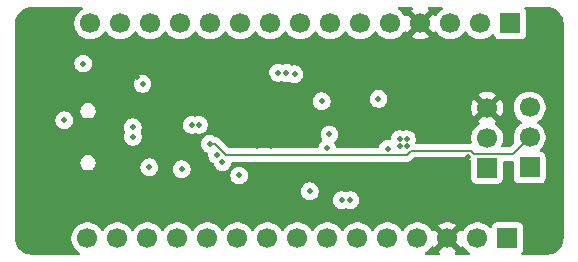
<source format=gbr>
%TF.GenerationSoftware,KiCad,Pcbnew,9.0.2*%
%TF.CreationDate,2025-07-20T14:30:59+05:30*%
%TF.ProjectId,Arduino nano,41726475-696e-46f2-906e-616e6f2e6b69,rev?*%
%TF.SameCoordinates,Original*%
%TF.FileFunction,Copper,L3,Inr*%
%TF.FilePolarity,Positive*%
%FSLAX46Y46*%
G04 Gerber Fmt 4.6, Leading zero omitted, Abs format (unit mm)*
G04 Created by KiCad (PCBNEW 9.0.2) date 2025-07-20 14:30:59*
%MOMM*%
%LPD*%
G01*
G04 APERTURE LIST*
%TA.AperFunction,ComponentPad*%
%ADD10R,1.700000X1.700000*%
%TD*%
%TA.AperFunction,ComponentPad*%
%ADD11C,1.700000*%
%TD*%
%TA.AperFunction,ViaPad*%
%ADD12C,0.500000*%
%TD*%
%TA.AperFunction,Conductor*%
%ADD13C,0.150000*%
%TD*%
G04 APERTURE END LIST*
D10*
%TO.N,VCC*%
%TO.C,J2*%
X230320000Y-97600000D03*
D11*
%TO.N,/RESET*%
X227780000Y-97600000D03*
%TO.N,GND*%
X225240001Y-97600000D03*
%TO.N,+5V*%
X222700000Y-97600000D03*
%TO.N,/A7*%
X220160000Y-97600000D03*
%TO.N,/A6*%
X217620000Y-97600000D03*
%TO.N,/A5*%
X215080000Y-97600000D03*
%TO.N,/A4*%
X212539999Y-97600000D03*
%TO.N,/A3*%
X210000000Y-97600000D03*
%TO.N,/A2*%
X207460000Y-97600000D03*
%TO.N,/A1*%
X204920000Y-97600000D03*
%TO.N,/A0*%
X202380001Y-97600000D03*
%TO.N,/AREF*%
X199840000Y-97600000D03*
%TO.N,+3.3V*%
X197300000Y-97600000D03*
%TO.N,/D13{slash}SCK*%
X194760000Y-97600000D03*
%TD*%
D10*
%TO.N,/D0{slash}RX*%
%TO.C,J4*%
X230560000Y-79400000D03*
D11*
%TO.N,/D1{slash}TX*%
X228020000Y-79400000D03*
%TO.N,/RESET*%
X225480001Y-79400000D03*
%TO.N,GND*%
X222940000Y-79400000D03*
%TO.N,/D2*%
X220400000Y-79400000D03*
%TO.N,/D3*%
X217860000Y-79400000D03*
%TO.N,/D4*%
X215320000Y-79400000D03*
%TO.N,/D5*%
X212779999Y-79400000D03*
%TO.N,/D6*%
X210240000Y-79400000D03*
%TO.N,/D7*%
X207700000Y-79400000D03*
%TO.N,/D8*%
X205160000Y-79400000D03*
%TO.N,/D9*%
X202620001Y-79400000D03*
%TO.N,/D10*%
X200080000Y-79400000D03*
%TO.N,/D11{slash}MOSI*%
X197540000Y-79400000D03*
%TO.N,/D12{slash}MISO*%
X195000000Y-79400000D03*
%TD*%
D10*
%TO.N,/D12{slash}MISO*%
%TO.C,J5*%
X232200000Y-91600000D03*
D11*
%TO.N,/D13{slash}SCK*%
X232200000Y-89060000D03*
%TO.N,/RESET*%
X232200000Y-86520000D03*
%TD*%
D10*
%TO.N,+5V*%
%TO.C,J3*%
X228600000Y-91640000D03*
D11*
%TO.N,/D11{slash}MOSI*%
X228600000Y-89100000D03*
%TO.N,GND*%
X228600000Y-86560000D03*
%TD*%
D12*
%TO.N,+5V*%
X221200000Y-89800000D03*
X214600000Y-86000000D03*
X204200000Y-88000000D03*
X221800000Y-89200000D03*
X221200000Y-89200000D03*
X219400000Y-85800000D03*
X199424999Y-84525000D03*
X203600000Y-88000000D03*
X212300000Y-83700000D03*
X205744033Y-90536356D03*
X202739998Y-91754999D03*
X221800000Y-89800000D03*
%TO.N,GND*%
X218800000Y-87000000D03*
X217700000Y-92400000D03*
X217900000Y-86900000D03*
X191000000Y-86000000D03*
X217200000Y-92700000D03*
X191400000Y-91400000D03*
X203000000Y-94300000D03*
X206089079Y-93489079D03*
X191400000Y-95200000D03*
X198994084Y-83973352D03*
X216500000Y-83700000D03*
X198800000Y-90600000D03*
X194800000Y-93200000D03*
X210074000Y-83900000D03*
X226300000Y-91040000D03*
X192200000Y-95200000D03*
X226100000Y-86600000D03*
X209000000Y-87900000D03*
X226500000Y-85300000D03*
X191800000Y-86000000D03*
X225100000Y-88099000D03*
X199800000Y-88600000D03*
X209100000Y-89800000D03*
X194292619Y-85826643D03*
X216500000Y-84200000D03*
X226100000Y-87400000D03*
X221900000Y-87600000D03*
X201600000Y-88200000D03*
X226500000Y-83900000D03*
X227000000Y-90700000D03*
X202400000Y-87700000D03*
X210300000Y-89800000D03*
X192600000Y-90400000D03*
X212800000Y-86800000D03*
X199800000Y-89600000D03*
X225700000Y-89400000D03*
X194800000Y-93800000D03*
X200900000Y-95000000D03*
X194400000Y-85000000D03*
%TO.N,+3.3V*%
X194400000Y-82800000D03*
%TO.N,/RESET*%
X213580996Y-93619848D03*
%TO.N,VBUS*%
X192800000Y-87600000D03*
%TO.N,Net-(D1-A)*%
X200000000Y-91574998D03*
X220200000Y-90000000D03*
%TO.N,/D_P*%
X198600000Y-89000000D03*
%TO.N,/D_N*%
X198600000Y-88200000D03*
%TO.N,/A7*%
X207600000Y-92275000D03*
%TO.N,/A6*%
X206191744Y-91158219D03*
%TO.N,/D13{slash}SCK*%
X205100000Y-89600000D03*
%TO.N,/D0{slash}RX*%
X215047539Y-89990000D03*
%TO.N,/D1{slash}TX*%
X215245001Y-88797463D03*
%TO.N,/RX*%
X216300213Y-94357749D03*
%TO.N,/TX*%
X217000000Y-94375000D03*
%TO.N,/XTAL2*%
X210871303Y-83586233D03*
%TO.N,/XTAL1*%
X211600000Y-83600000D03*
%TD*%
D13*
%TO.N,/D13{slash}SCK*%
X222169877Y-90174000D02*
X221817877Y-90526000D01*
X232200000Y-89060000D02*
X230777877Y-90482123D01*
X221817877Y-90526000D02*
X206477554Y-90526000D01*
X230777877Y-90482123D02*
X227526000Y-90482123D01*
X206477554Y-90526000D02*
X205551554Y-89600000D01*
X205551554Y-89600000D02*
X205100000Y-89600000D01*
X227526000Y-90482123D02*
X227217877Y-90174000D01*
X227217877Y-90174000D02*
X222169877Y-90174000D01*
%TD*%
%TA.AperFunction,Conductor*%
%TO.N,GND*%
G36*
X194322484Y-78020185D02*
G01*
X194368239Y-78072989D01*
X194378183Y-78142147D01*
X194349158Y-78205703D01*
X194311739Y-78234985D01*
X194292182Y-78244949D01*
X194120213Y-78369890D01*
X193969890Y-78520213D01*
X193844951Y-78692179D01*
X193748444Y-78881585D01*
X193682753Y-79083760D01*
X193656112Y-79251964D01*
X193649500Y-79293713D01*
X193649500Y-79506287D01*
X193682754Y-79716243D01*
X193730000Y-79861652D01*
X193748444Y-79918414D01*
X193844951Y-80107820D01*
X193969890Y-80279786D01*
X194120213Y-80430109D01*
X194292179Y-80555048D01*
X194292181Y-80555049D01*
X194292184Y-80555051D01*
X194481588Y-80651557D01*
X194683757Y-80717246D01*
X194893713Y-80750500D01*
X194893714Y-80750500D01*
X195106286Y-80750500D01*
X195106287Y-80750500D01*
X195316243Y-80717246D01*
X195518412Y-80651557D01*
X195707816Y-80555051D01*
X195794138Y-80492335D01*
X195879786Y-80430109D01*
X195879788Y-80430106D01*
X195879792Y-80430104D01*
X196030104Y-80279792D01*
X196030106Y-80279788D01*
X196030109Y-80279786D01*
X196155048Y-80107820D01*
X196155047Y-80107820D01*
X196155051Y-80107816D01*
X196159514Y-80099054D01*
X196207488Y-80048259D01*
X196275308Y-80031463D01*
X196341444Y-80053999D01*
X196380484Y-80099054D01*
X196384591Y-80107115D01*
X196384951Y-80107820D01*
X196509890Y-80279786D01*
X196660213Y-80430109D01*
X196832179Y-80555048D01*
X196832181Y-80555049D01*
X196832184Y-80555051D01*
X197021588Y-80651557D01*
X197223757Y-80717246D01*
X197433713Y-80750500D01*
X197433714Y-80750500D01*
X197646286Y-80750500D01*
X197646287Y-80750500D01*
X197856243Y-80717246D01*
X198058412Y-80651557D01*
X198247816Y-80555051D01*
X198334138Y-80492335D01*
X198419786Y-80430109D01*
X198419788Y-80430106D01*
X198419792Y-80430104D01*
X198570104Y-80279792D01*
X198570106Y-80279788D01*
X198570109Y-80279786D01*
X198695048Y-80107820D01*
X198695047Y-80107820D01*
X198695051Y-80107816D01*
X198699514Y-80099054D01*
X198747488Y-80048259D01*
X198815308Y-80031463D01*
X198881444Y-80053999D01*
X198920484Y-80099054D01*
X198924591Y-80107115D01*
X198924951Y-80107820D01*
X199049890Y-80279786D01*
X199200213Y-80430109D01*
X199372179Y-80555048D01*
X199372181Y-80555049D01*
X199372184Y-80555051D01*
X199561588Y-80651557D01*
X199763757Y-80717246D01*
X199973713Y-80750500D01*
X199973714Y-80750500D01*
X200186286Y-80750500D01*
X200186287Y-80750500D01*
X200396243Y-80717246D01*
X200598412Y-80651557D01*
X200787816Y-80555051D01*
X200874138Y-80492335D01*
X200959786Y-80430109D01*
X200959788Y-80430106D01*
X200959792Y-80430104D01*
X201110104Y-80279792D01*
X201110106Y-80279788D01*
X201110109Y-80279786D01*
X201235048Y-80107821D01*
X201235188Y-80107547D01*
X201239513Y-80099056D01*
X201287484Y-80048260D01*
X201355304Y-80031462D01*
X201421440Y-80053996D01*
X201460484Y-80099052D01*
X201464950Y-80107817D01*
X201589891Y-80279786D01*
X201740214Y-80430109D01*
X201912180Y-80555048D01*
X201912182Y-80555049D01*
X201912185Y-80555051D01*
X202101589Y-80651557D01*
X202303758Y-80717246D01*
X202513714Y-80750500D01*
X202513715Y-80750500D01*
X202726287Y-80750500D01*
X202726288Y-80750500D01*
X202936244Y-80717246D01*
X203138413Y-80651557D01*
X203327817Y-80555051D01*
X203414139Y-80492335D01*
X203499787Y-80430109D01*
X203499789Y-80430106D01*
X203499793Y-80430104D01*
X203650105Y-80279792D01*
X203650107Y-80279788D01*
X203650110Y-80279786D01*
X203775049Y-80107820D01*
X203775048Y-80107820D01*
X203775052Y-80107816D01*
X203779513Y-80099058D01*
X203827484Y-80048262D01*
X203895304Y-80031464D01*
X203961441Y-80053998D01*
X204000484Y-80099054D01*
X204004949Y-80107817D01*
X204129890Y-80279786D01*
X204280213Y-80430109D01*
X204452179Y-80555048D01*
X204452181Y-80555049D01*
X204452184Y-80555051D01*
X204641588Y-80651557D01*
X204843757Y-80717246D01*
X205053713Y-80750500D01*
X205053714Y-80750500D01*
X205266286Y-80750500D01*
X205266287Y-80750500D01*
X205476243Y-80717246D01*
X205678412Y-80651557D01*
X205867816Y-80555051D01*
X205954138Y-80492335D01*
X206039786Y-80430109D01*
X206039788Y-80430106D01*
X206039792Y-80430104D01*
X206190104Y-80279792D01*
X206190106Y-80279788D01*
X206190109Y-80279786D01*
X206315048Y-80107820D01*
X206315047Y-80107820D01*
X206315051Y-80107816D01*
X206319514Y-80099054D01*
X206367488Y-80048259D01*
X206435308Y-80031463D01*
X206501444Y-80053999D01*
X206540484Y-80099054D01*
X206544591Y-80107115D01*
X206544951Y-80107820D01*
X206669890Y-80279786D01*
X206820213Y-80430109D01*
X206992179Y-80555048D01*
X206992181Y-80555049D01*
X206992184Y-80555051D01*
X207181588Y-80651557D01*
X207383757Y-80717246D01*
X207593713Y-80750500D01*
X207593714Y-80750500D01*
X207806286Y-80750500D01*
X207806287Y-80750500D01*
X208016243Y-80717246D01*
X208218412Y-80651557D01*
X208407816Y-80555051D01*
X208494138Y-80492335D01*
X208579786Y-80430109D01*
X208579788Y-80430106D01*
X208579792Y-80430104D01*
X208730104Y-80279792D01*
X208730106Y-80279788D01*
X208730109Y-80279786D01*
X208855048Y-80107820D01*
X208855047Y-80107820D01*
X208855051Y-80107816D01*
X208859514Y-80099054D01*
X208907488Y-80048259D01*
X208975308Y-80031463D01*
X209041444Y-80053999D01*
X209080484Y-80099054D01*
X209084591Y-80107115D01*
X209084951Y-80107820D01*
X209209890Y-80279786D01*
X209360213Y-80430109D01*
X209532179Y-80555048D01*
X209532181Y-80555049D01*
X209532184Y-80555051D01*
X209721588Y-80651557D01*
X209923757Y-80717246D01*
X210133713Y-80750500D01*
X210133714Y-80750500D01*
X210346286Y-80750500D01*
X210346287Y-80750500D01*
X210556243Y-80717246D01*
X210758412Y-80651557D01*
X210947816Y-80555051D01*
X211034138Y-80492335D01*
X211119786Y-80430109D01*
X211119788Y-80430106D01*
X211119792Y-80430104D01*
X211270104Y-80279792D01*
X211270106Y-80279788D01*
X211270109Y-80279786D01*
X211395048Y-80107820D01*
X211395047Y-80107820D01*
X211395051Y-80107816D01*
X211399512Y-80099058D01*
X211447483Y-80048262D01*
X211515303Y-80031464D01*
X211581440Y-80053998D01*
X211620483Y-80099054D01*
X211624948Y-80107817D01*
X211749889Y-80279786D01*
X211900212Y-80430109D01*
X212072178Y-80555048D01*
X212072180Y-80555049D01*
X212072183Y-80555051D01*
X212261587Y-80651557D01*
X212463756Y-80717246D01*
X212673712Y-80750500D01*
X212673713Y-80750500D01*
X212886285Y-80750500D01*
X212886286Y-80750500D01*
X213096242Y-80717246D01*
X213298411Y-80651557D01*
X213487815Y-80555051D01*
X213574137Y-80492335D01*
X213659785Y-80430109D01*
X213659787Y-80430106D01*
X213659791Y-80430104D01*
X213810103Y-80279792D01*
X213810105Y-80279788D01*
X213810108Y-80279786D01*
X213935047Y-80107821D01*
X213935187Y-80107547D01*
X213939512Y-80099056D01*
X213987483Y-80048260D01*
X214055303Y-80031462D01*
X214121439Y-80053996D01*
X214160483Y-80099052D01*
X214164949Y-80107817D01*
X214289890Y-80279786D01*
X214440213Y-80430109D01*
X214612179Y-80555048D01*
X214612181Y-80555049D01*
X214612184Y-80555051D01*
X214801588Y-80651557D01*
X215003757Y-80717246D01*
X215213713Y-80750500D01*
X215213714Y-80750500D01*
X215426286Y-80750500D01*
X215426287Y-80750500D01*
X215636243Y-80717246D01*
X215838412Y-80651557D01*
X216027816Y-80555051D01*
X216114138Y-80492335D01*
X216199786Y-80430109D01*
X216199788Y-80430106D01*
X216199792Y-80430104D01*
X216350104Y-80279792D01*
X216350106Y-80279788D01*
X216350109Y-80279786D01*
X216475048Y-80107820D01*
X216475047Y-80107820D01*
X216475051Y-80107816D01*
X216479514Y-80099054D01*
X216527488Y-80048259D01*
X216595308Y-80031463D01*
X216661444Y-80053999D01*
X216700484Y-80099054D01*
X216704591Y-80107115D01*
X216704951Y-80107820D01*
X216829890Y-80279786D01*
X216980213Y-80430109D01*
X217152179Y-80555048D01*
X217152181Y-80555049D01*
X217152184Y-80555051D01*
X217341588Y-80651557D01*
X217543757Y-80717246D01*
X217753713Y-80750500D01*
X217753714Y-80750500D01*
X217966286Y-80750500D01*
X217966287Y-80750500D01*
X218176243Y-80717246D01*
X218378412Y-80651557D01*
X218567816Y-80555051D01*
X218654138Y-80492335D01*
X218739786Y-80430109D01*
X218739788Y-80430106D01*
X218739792Y-80430104D01*
X218890104Y-80279792D01*
X218890106Y-80279788D01*
X218890109Y-80279786D01*
X219015048Y-80107820D01*
X219015047Y-80107820D01*
X219015051Y-80107816D01*
X219019514Y-80099054D01*
X219067488Y-80048259D01*
X219135308Y-80031463D01*
X219201444Y-80053999D01*
X219240484Y-80099054D01*
X219244591Y-80107115D01*
X219244951Y-80107820D01*
X219369890Y-80279786D01*
X219520213Y-80430109D01*
X219692179Y-80555048D01*
X219692181Y-80555049D01*
X219692184Y-80555051D01*
X219881588Y-80651557D01*
X220083757Y-80717246D01*
X220293713Y-80750500D01*
X220293714Y-80750500D01*
X220506286Y-80750500D01*
X220506287Y-80750500D01*
X220716243Y-80717246D01*
X220918412Y-80651557D01*
X221107816Y-80555051D01*
X221194138Y-80492335D01*
X221279786Y-80430109D01*
X221279788Y-80430106D01*
X221279792Y-80430104D01*
X221430104Y-80279792D01*
X221430106Y-80279788D01*
X221430109Y-80279786D01*
X221515890Y-80161717D01*
X221555051Y-80107816D01*
X221559793Y-80098508D01*
X221607763Y-80047711D01*
X221675583Y-80030911D01*
X221741719Y-80053445D01*
X221780763Y-80098500D01*
X221785373Y-80107547D01*
X221824728Y-80161716D01*
X222457037Y-79529408D01*
X222474075Y-79592993D01*
X222539901Y-79707007D01*
X222632993Y-79800099D01*
X222747007Y-79865925D01*
X222810590Y-79882962D01*
X222178282Y-80515269D01*
X222178282Y-80515270D01*
X222232449Y-80554624D01*
X222421782Y-80651095D01*
X222623870Y-80716757D01*
X222833754Y-80750000D01*
X223046246Y-80750000D01*
X223256127Y-80716757D01*
X223256130Y-80716757D01*
X223458217Y-80651095D01*
X223647554Y-80554622D01*
X223701716Y-80515270D01*
X223701717Y-80515270D01*
X223069408Y-79882962D01*
X223132993Y-79865925D01*
X223247007Y-79800099D01*
X223340099Y-79707007D01*
X223405925Y-79592993D01*
X223422962Y-79529408D01*
X224055270Y-80161717D01*
X224055270Y-80161716D01*
X224094623Y-80107553D01*
X224099231Y-80098509D01*
X224147202Y-80047710D01*
X224215022Y-80030910D01*
X224281158Y-80053444D01*
X224320202Y-80098499D01*
X224324950Y-80107817D01*
X224449891Y-80279786D01*
X224600214Y-80430109D01*
X224772180Y-80555048D01*
X224772182Y-80555049D01*
X224772185Y-80555051D01*
X224961589Y-80651557D01*
X225163758Y-80717246D01*
X225373714Y-80750500D01*
X225373715Y-80750500D01*
X225586287Y-80750500D01*
X225586288Y-80750500D01*
X225796244Y-80717246D01*
X225998413Y-80651557D01*
X226187817Y-80555051D01*
X226274139Y-80492335D01*
X226359787Y-80430109D01*
X226359789Y-80430106D01*
X226359793Y-80430104D01*
X226510105Y-80279792D01*
X226510107Y-80279788D01*
X226510110Y-80279786D01*
X226635049Y-80107820D01*
X226635048Y-80107820D01*
X226635052Y-80107816D01*
X226639513Y-80099058D01*
X226687484Y-80048262D01*
X226755304Y-80031464D01*
X226821441Y-80053998D01*
X226860484Y-80099054D01*
X226864949Y-80107817D01*
X226989890Y-80279786D01*
X227140213Y-80430109D01*
X227312179Y-80555048D01*
X227312181Y-80555049D01*
X227312184Y-80555051D01*
X227501588Y-80651557D01*
X227703757Y-80717246D01*
X227913713Y-80750500D01*
X227913714Y-80750500D01*
X228126286Y-80750500D01*
X228126287Y-80750500D01*
X228336243Y-80717246D01*
X228538412Y-80651557D01*
X228727816Y-80555051D01*
X228899792Y-80430104D01*
X229013329Y-80316566D01*
X229074648Y-80283084D01*
X229144340Y-80288068D01*
X229200274Y-80329939D01*
X229217189Y-80360917D01*
X229266202Y-80492328D01*
X229266206Y-80492335D01*
X229352452Y-80607544D01*
X229352455Y-80607547D01*
X229467664Y-80693793D01*
X229467671Y-80693797D01*
X229602517Y-80744091D01*
X229602516Y-80744091D01*
X229609444Y-80744835D01*
X229662127Y-80750500D01*
X231457872Y-80750499D01*
X231517483Y-80744091D01*
X231652331Y-80693796D01*
X231767546Y-80607546D01*
X231853796Y-80492331D01*
X231904091Y-80357483D01*
X231910500Y-80297873D01*
X231910499Y-78502128D01*
X231904091Y-78442517D01*
X231902810Y-78439083D01*
X231853797Y-78307671D01*
X231853793Y-78307664D01*
X231772305Y-78198811D01*
X231747887Y-78133347D01*
X231762738Y-78065074D01*
X231812143Y-78015668D01*
X231871571Y-78000500D01*
X233594470Y-78000500D01*
X233596680Y-78000520D01*
X233598689Y-78000555D01*
X233694873Y-78002270D01*
X233710293Y-78003511D01*
X233897057Y-78030364D01*
X233910237Y-78032259D01*
X233927524Y-78036019D01*
X234115959Y-78091349D01*
X234132532Y-78097531D01*
X234167410Y-78113459D01*
X234311180Y-78179116D01*
X234326694Y-78187587D01*
X234477846Y-78284727D01*
X234491926Y-78293776D01*
X234506085Y-78304376D01*
X234506088Y-78304378D01*
X234654505Y-78432981D01*
X234667016Y-78445492D01*
X234795622Y-78593913D01*
X234806224Y-78608075D01*
X234912406Y-78773296D01*
X234920885Y-78788825D01*
X235002465Y-78967461D01*
X235008648Y-78984037D01*
X235063978Y-79172475D01*
X235067739Y-79189762D01*
X235096486Y-79389696D01*
X235097728Y-79405132D01*
X235099480Y-79503318D01*
X235099500Y-79505530D01*
X235099500Y-97494468D01*
X235099480Y-97496680D01*
X235097728Y-97594866D01*
X235096486Y-97610302D01*
X235067739Y-97810236D01*
X235063978Y-97827523D01*
X235008648Y-98015961D01*
X235002465Y-98032537D01*
X234920885Y-98211173D01*
X234912406Y-98226702D01*
X234806224Y-98391923D01*
X234795622Y-98406085D01*
X234667016Y-98554506D01*
X234654505Y-98567017D01*
X234506088Y-98695620D01*
X234491926Y-98706222D01*
X234326704Y-98812405D01*
X234311175Y-98820884D01*
X234132532Y-98902467D01*
X234115956Y-98908650D01*
X233927525Y-98963978D01*
X233910237Y-98967739D01*
X233710301Y-98996486D01*
X233694866Y-98997728D01*
X233596680Y-98999480D01*
X233594468Y-98999500D01*
X231631571Y-98999500D01*
X231564532Y-98979815D01*
X231518777Y-98927011D01*
X231508833Y-98857853D01*
X231532305Y-98801189D01*
X231613793Y-98692335D01*
X231613792Y-98692335D01*
X231613796Y-98692331D01*
X231664091Y-98557483D01*
X231670500Y-98497873D01*
X231670499Y-96702128D01*
X231664091Y-96642517D01*
X231662810Y-96639083D01*
X231613797Y-96507671D01*
X231613793Y-96507664D01*
X231527547Y-96392455D01*
X231527544Y-96392452D01*
X231412335Y-96306206D01*
X231412328Y-96306202D01*
X231277482Y-96255908D01*
X231277483Y-96255908D01*
X231217883Y-96249501D01*
X231217881Y-96249500D01*
X231217873Y-96249500D01*
X231217864Y-96249500D01*
X229422129Y-96249500D01*
X229422123Y-96249501D01*
X229362516Y-96255908D01*
X229227671Y-96306202D01*
X229227664Y-96306206D01*
X229112455Y-96392452D01*
X229112452Y-96392455D01*
X229026206Y-96507664D01*
X229026203Y-96507669D01*
X228977189Y-96639083D01*
X228935317Y-96695016D01*
X228869853Y-96719433D01*
X228801580Y-96704581D01*
X228773326Y-96683430D01*
X228659786Y-96569890D01*
X228487820Y-96444951D01*
X228298414Y-96348444D01*
X228298413Y-96348443D01*
X228298412Y-96348443D01*
X228096243Y-96282754D01*
X228096241Y-96282753D01*
X228096240Y-96282753D01*
X227934957Y-96257208D01*
X227886287Y-96249500D01*
X227673713Y-96249500D01*
X227625042Y-96257208D01*
X227463760Y-96282753D01*
X227261585Y-96348444D01*
X227072179Y-96444951D01*
X226900213Y-96569890D01*
X226749890Y-96720213D01*
X226624950Y-96892181D01*
X226620201Y-96901501D01*
X226572223Y-96952294D01*
X226504402Y-96969086D01*
X226438268Y-96946545D01*
X226399232Y-96901491D01*
X226394625Y-96892449D01*
X226355271Y-96838282D01*
X226355270Y-96838282D01*
X225722963Y-97470590D01*
X225705926Y-97407007D01*
X225640100Y-97292993D01*
X225547008Y-97199901D01*
X225432994Y-97134075D01*
X225369410Y-97117037D01*
X226001717Y-96484728D01*
X225947551Y-96445375D01*
X225758218Y-96348904D01*
X225556130Y-96283242D01*
X225346247Y-96250000D01*
X225133755Y-96250000D01*
X224923873Y-96283242D01*
X224923870Y-96283242D01*
X224721783Y-96348904D01*
X224532440Y-96445380D01*
X224478283Y-96484727D01*
X224478283Y-96484728D01*
X225110592Y-97117037D01*
X225047008Y-97134075D01*
X224932994Y-97199901D01*
X224839902Y-97292993D01*
X224774076Y-97407007D01*
X224757038Y-97470591D01*
X224124729Y-96838282D01*
X224124728Y-96838282D01*
X224085381Y-96892440D01*
X224080763Y-96901503D01*
X224032785Y-96952296D01*
X223964964Y-96969088D01*
X223898830Y-96946547D01*
X223859796Y-96901496D01*
X223855050Y-96892182D01*
X223730109Y-96720213D01*
X223579786Y-96569890D01*
X223407820Y-96444951D01*
X223218414Y-96348444D01*
X223218413Y-96348443D01*
X223218412Y-96348443D01*
X223016243Y-96282754D01*
X223016241Y-96282753D01*
X223016240Y-96282753D01*
X222854957Y-96257208D01*
X222806287Y-96249500D01*
X222593713Y-96249500D01*
X222545042Y-96257208D01*
X222383760Y-96282753D01*
X222181585Y-96348444D01*
X221992179Y-96444951D01*
X221820213Y-96569890D01*
X221669890Y-96720213D01*
X221544949Y-96892182D01*
X221540484Y-96900946D01*
X221492509Y-96951742D01*
X221424688Y-96968536D01*
X221358553Y-96945998D01*
X221319516Y-96900946D01*
X221315050Y-96892182D01*
X221190109Y-96720213D01*
X221039786Y-96569890D01*
X220867820Y-96444951D01*
X220678414Y-96348444D01*
X220678413Y-96348443D01*
X220678412Y-96348443D01*
X220476243Y-96282754D01*
X220476241Y-96282753D01*
X220476240Y-96282753D01*
X220314957Y-96257208D01*
X220266287Y-96249500D01*
X220053713Y-96249500D01*
X220005042Y-96257208D01*
X219843760Y-96282753D01*
X219641585Y-96348444D01*
X219452179Y-96444951D01*
X219280213Y-96569890D01*
X219129890Y-96720213D01*
X219004949Y-96892182D01*
X219000484Y-96900946D01*
X218952509Y-96951742D01*
X218884688Y-96968536D01*
X218818553Y-96945998D01*
X218779516Y-96900946D01*
X218775050Y-96892182D01*
X218650109Y-96720213D01*
X218499786Y-96569890D01*
X218327820Y-96444951D01*
X218138414Y-96348444D01*
X218138413Y-96348443D01*
X218138412Y-96348443D01*
X217936243Y-96282754D01*
X217936241Y-96282753D01*
X217936240Y-96282753D01*
X217774957Y-96257208D01*
X217726287Y-96249500D01*
X217513713Y-96249500D01*
X217465042Y-96257208D01*
X217303760Y-96282753D01*
X217101585Y-96348444D01*
X216912179Y-96444951D01*
X216740213Y-96569890D01*
X216589890Y-96720213D01*
X216464949Y-96892182D01*
X216460484Y-96900946D01*
X216412509Y-96951742D01*
X216344688Y-96968536D01*
X216278553Y-96945998D01*
X216239516Y-96900946D01*
X216235050Y-96892182D01*
X216110109Y-96720213D01*
X215959786Y-96569890D01*
X215787820Y-96444951D01*
X215598414Y-96348444D01*
X215598413Y-96348443D01*
X215598412Y-96348443D01*
X215396243Y-96282754D01*
X215396241Y-96282753D01*
X215396240Y-96282753D01*
X215234957Y-96257208D01*
X215186287Y-96249500D01*
X214973713Y-96249500D01*
X214925042Y-96257208D01*
X214763760Y-96282753D01*
X214561585Y-96348444D01*
X214372179Y-96444951D01*
X214200213Y-96569890D01*
X214049890Y-96720213D01*
X213924948Y-96892184D01*
X213924946Y-96892187D01*
X213920481Y-96900950D01*
X213872505Y-96951744D01*
X213804683Y-96968537D01*
X213738549Y-96945997D01*
X213699513Y-96900944D01*
X213695180Y-96892440D01*
X213695050Y-96892184D01*
X213695048Y-96892181D01*
X213695047Y-96892179D01*
X213570108Y-96720213D01*
X213419785Y-96569890D01*
X213247819Y-96444951D01*
X213058413Y-96348444D01*
X213058412Y-96348443D01*
X213058411Y-96348443D01*
X212856242Y-96282754D01*
X212856240Y-96282753D01*
X212856239Y-96282753D01*
X212694956Y-96257208D01*
X212646286Y-96249500D01*
X212433712Y-96249500D01*
X212385041Y-96257208D01*
X212223759Y-96282753D01*
X212021584Y-96348444D01*
X211832178Y-96444951D01*
X211660212Y-96569890D01*
X211509889Y-96720213D01*
X211384947Y-96892183D01*
X211380481Y-96900949D01*
X211332505Y-96951742D01*
X211264683Y-96968535D01*
X211198549Y-96945995D01*
X211159513Y-96900942D01*
X211155181Y-96892440D01*
X211155051Y-96892184D01*
X211155049Y-96892181D01*
X211155048Y-96892179D01*
X211030109Y-96720213D01*
X210879786Y-96569890D01*
X210707820Y-96444951D01*
X210518414Y-96348444D01*
X210518413Y-96348443D01*
X210518412Y-96348443D01*
X210316243Y-96282754D01*
X210316241Y-96282753D01*
X210316240Y-96282753D01*
X210154957Y-96257208D01*
X210106287Y-96249500D01*
X209893713Y-96249500D01*
X209845042Y-96257208D01*
X209683760Y-96282753D01*
X209481585Y-96348444D01*
X209292179Y-96444951D01*
X209120213Y-96569890D01*
X208969890Y-96720213D01*
X208844949Y-96892182D01*
X208840484Y-96900946D01*
X208792509Y-96951742D01*
X208724688Y-96968536D01*
X208658553Y-96945998D01*
X208619516Y-96900946D01*
X208615050Y-96892182D01*
X208490109Y-96720213D01*
X208339786Y-96569890D01*
X208167820Y-96444951D01*
X207978414Y-96348444D01*
X207978413Y-96348443D01*
X207978412Y-96348443D01*
X207776243Y-96282754D01*
X207776241Y-96282753D01*
X207776240Y-96282753D01*
X207614957Y-96257208D01*
X207566287Y-96249500D01*
X207353713Y-96249500D01*
X207305042Y-96257208D01*
X207143760Y-96282753D01*
X206941585Y-96348444D01*
X206752179Y-96444951D01*
X206580213Y-96569890D01*
X206429890Y-96720213D01*
X206304949Y-96892182D01*
X206300484Y-96900946D01*
X206252509Y-96951742D01*
X206184688Y-96968536D01*
X206118553Y-96945998D01*
X206079516Y-96900946D01*
X206075050Y-96892182D01*
X205950109Y-96720213D01*
X205799786Y-96569890D01*
X205627820Y-96444951D01*
X205438414Y-96348444D01*
X205438413Y-96348443D01*
X205438412Y-96348443D01*
X205236243Y-96282754D01*
X205236241Y-96282753D01*
X205236240Y-96282753D01*
X205074957Y-96257208D01*
X205026287Y-96249500D01*
X204813713Y-96249500D01*
X204765042Y-96257208D01*
X204603760Y-96282753D01*
X204401585Y-96348444D01*
X204212179Y-96444951D01*
X204040213Y-96569890D01*
X203889890Y-96720213D01*
X203764948Y-96892183D01*
X203760482Y-96900949D01*
X203712506Y-96951742D01*
X203644684Y-96968535D01*
X203578550Y-96945995D01*
X203539514Y-96900942D01*
X203535182Y-96892440D01*
X203535052Y-96892184D01*
X203535050Y-96892181D01*
X203535049Y-96892179D01*
X203410110Y-96720213D01*
X203259787Y-96569890D01*
X203087821Y-96444951D01*
X202898415Y-96348444D01*
X202898414Y-96348443D01*
X202898413Y-96348443D01*
X202696244Y-96282754D01*
X202696242Y-96282753D01*
X202696241Y-96282753D01*
X202534958Y-96257208D01*
X202486288Y-96249500D01*
X202273714Y-96249500D01*
X202225043Y-96257208D01*
X202063761Y-96282753D01*
X201861586Y-96348444D01*
X201672180Y-96444951D01*
X201500214Y-96569890D01*
X201349891Y-96720213D01*
X201224949Y-96892184D01*
X201224947Y-96892187D01*
X201220482Y-96900950D01*
X201172506Y-96951744D01*
X201104684Y-96968537D01*
X201038550Y-96945997D01*
X200999514Y-96900944D01*
X200995181Y-96892440D01*
X200995051Y-96892184D01*
X200995049Y-96892181D01*
X200995048Y-96892179D01*
X200870109Y-96720213D01*
X200719786Y-96569890D01*
X200547820Y-96444951D01*
X200358414Y-96348444D01*
X200358413Y-96348443D01*
X200358412Y-96348443D01*
X200156243Y-96282754D01*
X200156241Y-96282753D01*
X200156240Y-96282753D01*
X199994957Y-96257208D01*
X199946287Y-96249500D01*
X199733713Y-96249500D01*
X199685042Y-96257208D01*
X199523760Y-96282753D01*
X199321585Y-96348444D01*
X199132179Y-96444951D01*
X198960213Y-96569890D01*
X198809890Y-96720213D01*
X198684949Y-96892182D01*
X198680484Y-96900946D01*
X198632509Y-96951742D01*
X198564688Y-96968536D01*
X198498553Y-96945998D01*
X198459516Y-96900946D01*
X198455050Y-96892182D01*
X198330109Y-96720213D01*
X198179786Y-96569890D01*
X198007820Y-96444951D01*
X197818414Y-96348444D01*
X197818413Y-96348443D01*
X197818412Y-96348443D01*
X197616243Y-96282754D01*
X197616241Y-96282753D01*
X197616240Y-96282753D01*
X197454957Y-96257208D01*
X197406287Y-96249500D01*
X197193713Y-96249500D01*
X197145042Y-96257208D01*
X196983760Y-96282753D01*
X196781585Y-96348444D01*
X196592179Y-96444951D01*
X196420213Y-96569890D01*
X196269890Y-96720213D01*
X196144949Y-96892182D01*
X196140484Y-96900946D01*
X196092509Y-96951742D01*
X196024688Y-96968536D01*
X195958553Y-96945998D01*
X195919516Y-96900946D01*
X195915050Y-96892182D01*
X195790109Y-96720213D01*
X195639786Y-96569890D01*
X195467820Y-96444951D01*
X195278414Y-96348444D01*
X195278413Y-96348443D01*
X195278412Y-96348443D01*
X195076243Y-96282754D01*
X195076241Y-96282753D01*
X195076240Y-96282753D01*
X194914957Y-96257208D01*
X194866287Y-96249500D01*
X194653713Y-96249500D01*
X194605042Y-96257208D01*
X194443760Y-96282753D01*
X194241585Y-96348444D01*
X194052179Y-96444951D01*
X193880213Y-96569890D01*
X193729890Y-96720213D01*
X193604951Y-96892179D01*
X193508444Y-97081585D01*
X193442753Y-97283760D01*
X193441291Y-97292993D01*
X193409500Y-97493713D01*
X193409500Y-97706287D01*
X193442754Y-97916243D01*
X193490000Y-98061652D01*
X193508444Y-98118414D01*
X193604951Y-98307820D01*
X193729890Y-98479786D01*
X193880213Y-98630109D01*
X194052182Y-98755050D01*
X194071739Y-98765015D01*
X194122536Y-98812989D01*
X194139331Y-98880810D01*
X194116794Y-98946945D01*
X194062079Y-98990397D01*
X194015445Y-98999500D01*
X190105532Y-98999500D01*
X190103320Y-98999480D01*
X190005132Y-98997728D01*
X189989696Y-98996486D01*
X189789762Y-98967739D01*
X189772475Y-98963978D01*
X189584037Y-98908648D01*
X189567461Y-98902465D01*
X189388825Y-98820885D01*
X189373296Y-98812406D01*
X189208075Y-98706224D01*
X189193913Y-98695622D01*
X189045492Y-98567016D01*
X189032981Y-98554505D01*
X188904378Y-98406088D01*
X188893776Y-98391926D01*
X188865417Y-98347799D01*
X188787587Y-98226694D01*
X188779114Y-98211175D01*
X188779113Y-98211173D01*
X188728342Y-98100000D01*
X188697531Y-98032532D01*
X188691348Y-98015956D01*
X188687678Y-98003458D01*
X188636020Y-97827524D01*
X188636020Y-97827523D01*
X188632259Y-97810237D01*
X188623316Y-97748035D01*
X188603511Y-97610293D01*
X188602270Y-97594873D01*
X188600520Y-97496679D01*
X188600500Y-97494469D01*
X188600500Y-94431669D01*
X215549712Y-94431669D01*
X215578553Y-94576656D01*
X215578556Y-94576666D01*
X215635125Y-94713237D01*
X215635132Y-94713250D01*
X215717261Y-94836164D01*
X215717264Y-94836168D01*
X215821793Y-94940697D01*
X215821797Y-94940700D01*
X215944711Y-95022829D01*
X215944724Y-95022836D01*
X216081295Y-95079405D01*
X216081300Y-95079407D01*
X216081304Y-95079407D01*
X216081305Y-95079408D01*
X216226292Y-95108249D01*
X216226295Y-95108249D01*
X216374133Y-95108249D01*
X216471675Y-95088845D01*
X216519126Y-95079407D01*
X216581830Y-95053433D01*
X216651298Y-95045965D01*
X216676734Y-95053433D01*
X216781087Y-95096658D01*
X216781091Y-95096658D01*
X216781092Y-95096659D01*
X216926079Y-95125500D01*
X216926082Y-95125500D01*
X217073920Y-95125500D01*
X217171462Y-95106096D01*
X217218913Y-95096658D01*
X217355495Y-95040084D01*
X217478416Y-94957951D01*
X217582951Y-94853416D01*
X217665084Y-94730495D01*
X217672233Y-94713237D01*
X217721656Y-94593917D01*
X217721658Y-94593913D01*
X217750500Y-94448918D01*
X217750500Y-94301082D01*
X217750500Y-94301079D01*
X217721659Y-94156092D01*
X217721658Y-94156091D01*
X217721658Y-94156087D01*
X217721656Y-94156082D01*
X217665087Y-94019511D01*
X217665080Y-94019498D01*
X217582951Y-93896584D01*
X217582948Y-93896580D01*
X217478419Y-93792051D01*
X217478415Y-93792048D01*
X217355501Y-93709919D01*
X217355488Y-93709912D01*
X217218917Y-93653343D01*
X217218907Y-93653340D01*
X217073920Y-93624500D01*
X217073918Y-93624500D01*
X216926082Y-93624500D01*
X216926080Y-93624500D01*
X216781093Y-93653340D01*
X216781086Y-93653342D01*
X216718379Y-93679315D01*
X216648910Y-93686782D01*
X216623477Y-93679314D01*
X216519130Y-93636092D01*
X216519120Y-93636089D01*
X216374133Y-93607249D01*
X216374131Y-93607249D01*
X216226295Y-93607249D01*
X216226293Y-93607249D01*
X216081305Y-93636089D01*
X216081295Y-93636092D01*
X215944724Y-93692661D01*
X215944711Y-93692668D01*
X215821797Y-93774797D01*
X215821793Y-93774800D01*
X215717264Y-93879329D01*
X215717261Y-93879333D01*
X215635132Y-94002247D01*
X215635125Y-94002260D01*
X215578556Y-94138831D01*
X215578553Y-94138841D01*
X215549713Y-94283828D01*
X215549713Y-94283831D01*
X215549713Y-94431667D01*
X215549713Y-94431669D01*
X215549712Y-94431669D01*
X188600500Y-94431669D01*
X188600500Y-93693768D01*
X212830495Y-93693768D01*
X212859336Y-93838755D01*
X212859339Y-93838765D01*
X212915908Y-93975336D01*
X212915915Y-93975349D01*
X212998044Y-94098263D01*
X212998047Y-94098267D01*
X213102576Y-94202796D01*
X213102580Y-94202799D01*
X213225494Y-94284928D01*
X213225507Y-94284935D01*
X213362078Y-94341504D01*
X213362083Y-94341506D01*
X213362087Y-94341506D01*
X213362088Y-94341507D01*
X213507075Y-94370348D01*
X213507078Y-94370348D01*
X213654916Y-94370348D01*
X213752458Y-94350944D01*
X213799909Y-94341506D01*
X213936491Y-94284932D01*
X214059412Y-94202799D01*
X214059415Y-94202796D01*
X214072154Y-94190058D01*
X214163944Y-94098267D01*
X214163947Y-94098264D01*
X214246080Y-93975343D01*
X214302654Y-93838761D01*
X214328283Y-93709919D01*
X214331496Y-93693768D01*
X214331496Y-93545927D01*
X214302655Y-93400940D01*
X214302654Y-93400939D01*
X214302654Y-93400935D01*
X214302652Y-93400930D01*
X214246083Y-93264359D01*
X214246076Y-93264346D01*
X214163947Y-93141432D01*
X214163944Y-93141428D01*
X214059415Y-93036899D01*
X214059411Y-93036896D01*
X213936497Y-92954767D01*
X213936484Y-92954760D01*
X213799913Y-92898191D01*
X213799903Y-92898188D01*
X213654916Y-92869348D01*
X213654914Y-92869348D01*
X213507078Y-92869348D01*
X213507076Y-92869348D01*
X213362088Y-92898188D01*
X213362078Y-92898191D01*
X213225507Y-92954760D01*
X213225494Y-92954767D01*
X213102580Y-93036896D01*
X213102576Y-93036899D01*
X212998047Y-93141428D01*
X212998044Y-93141432D01*
X212915915Y-93264346D01*
X212915908Y-93264359D01*
X212859339Y-93400930D01*
X212859336Y-93400940D01*
X212830496Y-93545927D01*
X212830496Y-93545930D01*
X212830496Y-93693766D01*
X212830496Y-93693768D01*
X212830495Y-93693768D01*
X188600500Y-93693768D01*
X188600500Y-91264071D01*
X194149499Y-91264071D01*
X194174497Y-91389738D01*
X194174499Y-91389744D01*
X194223533Y-91508124D01*
X194223538Y-91508133D01*
X194294723Y-91614668D01*
X194294726Y-91614672D01*
X194385327Y-91705273D01*
X194385331Y-91705276D01*
X194491866Y-91776461D01*
X194491872Y-91776464D01*
X194491873Y-91776465D01*
X194610256Y-91825501D01*
X194610260Y-91825501D01*
X194610261Y-91825502D01*
X194735928Y-91850500D01*
X194735931Y-91850500D01*
X194864071Y-91850500D01*
X194948615Y-91833682D01*
X194989744Y-91825501D01*
X195108127Y-91776465D01*
X195214669Y-91705276D01*
X195271027Y-91648918D01*
X199249499Y-91648918D01*
X199278340Y-91793905D01*
X199278343Y-91793915D01*
X199334912Y-91930486D01*
X199334919Y-91930499D01*
X199417048Y-92053413D01*
X199417051Y-92053417D01*
X199521580Y-92157946D01*
X199521584Y-92157949D01*
X199644498Y-92240078D01*
X199644511Y-92240085D01*
X199781082Y-92296654D01*
X199781087Y-92296656D01*
X199781091Y-92296656D01*
X199781092Y-92296657D01*
X199926079Y-92325498D01*
X199926082Y-92325498D01*
X200073920Y-92325498D01*
X200171462Y-92306094D01*
X200218913Y-92296656D01*
X200355495Y-92240082D01*
X200478416Y-92157949D01*
X200582951Y-92053414D01*
X200665084Y-91930493D01*
X200707157Y-91828919D01*
X201989497Y-91828919D01*
X202018338Y-91973906D01*
X202018341Y-91973916D01*
X202074910Y-92110487D01*
X202074917Y-92110500D01*
X202157046Y-92233414D01*
X202157049Y-92233418D01*
X202261578Y-92337947D01*
X202261582Y-92337950D01*
X202384496Y-92420079D01*
X202384509Y-92420086D01*
X202521080Y-92476655D01*
X202521085Y-92476657D01*
X202521089Y-92476657D01*
X202521090Y-92476658D01*
X202666077Y-92505499D01*
X202666080Y-92505499D01*
X202813918Y-92505499D01*
X202911460Y-92486095D01*
X202958911Y-92476657D01*
X203095493Y-92420083D01*
X203201996Y-92348920D01*
X206849499Y-92348920D01*
X206878340Y-92493907D01*
X206878343Y-92493917D01*
X206934912Y-92630488D01*
X206934919Y-92630501D01*
X207017048Y-92753415D01*
X207017051Y-92753419D01*
X207121580Y-92857948D01*
X207121584Y-92857951D01*
X207244498Y-92940080D01*
X207244511Y-92940087D01*
X207366215Y-92990498D01*
X207381087Y-92996658D01*
X207381091Y-92996658D01*
X207381092Y-92996659D01*
X207526079Y-93025500D01*
X207526082Y-93025500D01*
X207673920Y-93025500D01*
X207771462Y-93006096D01*
X207818913Y-92996658D01*
X207924547Y-92952902D01*
X207955488Y-92940087D01*
X207955488Y-92940086D01*
X207955495Y-92940084D01*
X208078416Y-92857951D01*
X208182951Y-92753416D01*
X208265084Y-92630495D01*
X208321658Y-92493913D01*
X208331096Y-92446462D01*
X208350500Y-92348920D01*
X208350500Y-92201079D01*
X208321659Y-92056092D01*
X208321658Y-92056091D01*
X208321658Y-92056087D01*
X208269638Y-91930499D01*
X208265087Y-91919511D01*
X208265080Y-91919498D01*
X208182951Y-91796584D01*
X208182948Y-91796580D01*
X208078419Y-91692051D01*
X208078415Y-91692048D01*
X207955501Y-91609919D01*
X207955488Y-91609912D01*
X207818917Y-91553343D01*
X207818907Y-91553340D01*
X207673920Y-91524500D01*
X207673918Y-91524500D01*
X207526082Y-91524500D01*
X207526080Y-91524500D01*
X207381092Y-91553340D01*
X207381082Y-91553343D01*
X207244511Y-91609912D01*
X207244498Y-91609919D01*
X207121584Y-91692048D01*
X207121580Y-91692051D01*
X207017051Y-91796580D01*
X207017048Y-91796584D01*
X206934919Y-91919498D01*
X206934912Y-91919511D01*
X206878343Y-92056082D01*
X206878340Y-92056092D01*
X206849500Y-92201079D01*
X206849500Y-92201082D01*
X206849500Y-92348918D01*
X206849500Y-92348920D01*
X206849499Y-92348920D01*
X203201996Y-92348920D01*
X203218414Y-92337950D01*
X203322949Y-92233415D01*
X203373376Y-92157946D01*
X203394656Y-92126099D01*
X203405079Y-92110498D01*
X203405082Y-92110494D01*
X203461656Y-91973912D01*
X203472477Y-91919511D01*
X203490498Y-91828919D01*
X203490498Y-91681078D01*
X203461657Y-91536091D01*
X203461656Y-91536090D01*
X203461656Y-91536086D01*
X203447155Y-91501077D01*
X203405085Y-91399510D01*
X203405078Y-91399497D01*
X203322949Y-91276583D01*
X203322946Y-91276579D01*
X203218417Y-91172050D01*
X203218413Y-91172047D01*
X203095499Y-91089918D01*
X203095486Y-91089911D01*
X202958915Y-91033342D01*
X202958905Y-91033339D01*
X202813918Y-91004499D01*
X202813916Y-91004499D01*
X202666080Y-91004499D01*
X202666078Y-91004499D01*
X202521090Y-91033339D01*
X202521080Y-91033342D01*
X202384509Y-91089911D01*
X202384496Y-91089918D01*
X202261582Y-91172047D01*
X202261578Y-91172050D01*
X202157049Y-91276579D01*
X202157046Y-91276583D01*
X202074917Y-91399497D01*
X202074910Y-91399510D01*
X202018341Y-91536081D01*
X202018338Y-91536091D01*
X201989498Y-91681078D01*
X201989498Y-91681081D01*
X201989498Y-91828917D01*
X201989498Y-91828919D01*
X201989497Y-91828919D01*
X200707157Y-91828919D01*
X200721658Y-91793911D01*
X200744102Y-91681081D01*
X200750126Y-91650797D01*
X200750126Y-91650796D01*
X200750127Y-91650793D01*
X200750500Y-91648918D01*
X200750500Y-91501077D01*
X200721659Y-91356090D01*
X200721658Y-91356089D01*
X200721658Y-91356085D01*
X200692972Y-91286831D01*
X200665087Y-91219509D01*
X200665080Y-91219496D01*
X200582951Y-91096582D01*
X200582948Y-91096578D01*
X200478419Y-90992049D01*
X200478415Y-90992046D01*
X200355501Y-90909917D01*
X200355488Y-90909910D01*
X200218917Y-90853341D01*
X200218907Y-90853338D01*
X200073920Y-90824498D01*
X200073918Y-90824498D01*
X199926082Y-90824498D01*
X199926080Y-90824498D01*
X199781092Y-90853338D01*
X199781082Y-90853341D01*
X199644511Y-90909910D01*
X199644498Y-90909917D01*
X199521584Y-90992046D01*
X199521580Y-90992049D01*
X199417051Y-91096578D01*
X199417048Y-91096582D01*
X199334919Y-91219496D01*
X199334912Y-91219509D01*
X199278343Y-91356080D01*
X199278340Y-91356090D01*
X199249500Y-91501077D01*
X199249500Y-91501080D01*
X199249500Y-91648916D01*
X199249500Y-91648918D01*
X199249499Y-91648918D01*
X195271027Y-91648918D01*
X195305276Y-91614669D01*
X195376465Y-91508127D01*
X195425501Y-91389744D01*
X195433682Y-91348615D01*
X195450500Y-91264071D01*
X195450500Y-91135928D01*
X195425502Y-91010261D01*
X195425501Y-91010260D01*
X195425501Y-91010256D01*
X195376465Y-90891873D01*
X195376464Y-90891872D01*
X195376461Y-90891866D01*
X195305276Y-90785331D01*
X195305273Y-90785327D01*
X195214672Y-90694726D01*
X195214668Y-90694723D01*
X195108133Y-90623538D01*
X195108124Y-90623533D01*
X194989744Y-90574499D01*
X194989738Y-90574497D01*
X194864071Y-90549500D01*
X194864069Y-90549500D01*
X194735931Y-90549500D01*
X194735929Y-90549500D01*
X194610261Y-90574497D01*
X194610255Y-90574499D01*
X194491875Y-90623533D01*
X194491866Y-90623538D01*
X194385331Y-90694723D01*
X194385327Y-90694726D01*
X194294726Y-90785327D01*
X194294723Y-90785331D01*
X194223538Y-90891866D01*
X194223533Y-90891875D01*
X194174499Y-91010255D01*
X194174497Y-91010261D01*
X194149500Y-91135928D01*
X194149500Y-91135931D01*
X194149500Y-91264069D01*
X194149500Y-91264071D01*
X194149499Y-91264071D01*
X188600500Y-91264071D01*
X188600500Y-87673920D01*
X192049499Y-87673920D01*
X192078340Y-87818907D01*
X192078343Y-87818917D01*
X192134912Y-87955488D01*
X192134919Y-87955501D01*
X192217048Y-88078415D01*
X192217051Y-88078419D01*
X192321580Y-88182948D01*
X192321584Y-88182951D01*
X192444498Y-88265080D01*
X192444511Y-88265087D01*
X192574774Y-88319043D01*
X192581087Y-88321658D01*
X192581091Y-88321658D01*
X192581092Y-88321659D01*
X192726079Y-88350500D01*
X192726082Y-88350500D01*
X192873920Y-88350500D01*
X192971462Y-88331096D01*
X193018913Y-88321658D01*
X193134163Y-88273920D01*
X197849499Y-88273920D01*
X197878340Y-88418907D01*
X197878343Y-88418917D01*
X197933694Y-88552548D01*
X197941163Y-88622018D01*
X197933694Y-88647452D01*
X197878343Y-88781082D01*
X197878340Y-88781092D01*
X197849500Y-88926079D01*
X197849500Y-88926082D01*
X197849500Y-89073918D01*
X197849500Y-89073920D01*
X197849499Y-89073920D01*
X197878340Y-89218907D01*
X197878343Y-89218917D01*
X197934912Y-89355488D01*
X197934919Y-89355501D01*
X198017048Y-89478415D01*
X198017051Y-89478419D01*
X198121580Y-89582948D01*
X198121584Y-89582951D01*
X198244498Y-89665080D01*
X198244511Y-89665087D01*
X198381082Y-89721656D01*
X198381087Y-89721658D01*
X198381091Y-89721658D01*
X198381092Y-89721659D01*
X198526079Y-89750500D01*
X198526082Y-89750500D01*
X198673920Y-89750500D01*
X198771462Y-89731096D01*
X198818913Y-89721658D01*
X198934163Y-89673920D01*
X204349499Y-89673920D01*
X204378340Y-89818907D01*
X204378343Y-89818917D01*
X204434912Y-89955488D01*
X204434919Y-89955501D01*
X204517048Y-90078415D01*
X204517051Y-90078419D01*
X204621580Y-90182948D01*
X204621584Y-90182951D01*
X204744498Y-90265080D01*
X204744511Y-90265087D01*
X204843782Y-90306206D01*
X204881087Y-90321658D01*
X204881089Y-90321658D01*
X204881091Y-90321659D01*
X204885804Y-90322596D01*
X204894739Y-90324373D01*
X204956651Y-90356755D01*
X204991227Y-90417469D01*
X204993956Y-90458135D01*
X204993533Y-90462433D01*
X204993533Y-90462438D01*
X204993533Y-90610274D01*
X204993533Y-90610276D01*
X204993532Y-90610276D01*
X205022373Y-90755263D01*
X205022376Y-90755273D01*
X205078945Y-90891844D01*
X205078952Y-90891857D01*
X205161081Y-91014771D01*
X205161084Y-91014775D01*
X205265613Y-91119304D01*
X205265621Y-91119310D01*
X205388526Y-91201433D01*
X205388533Y-91201437D01*
X205388538Y-91201440D01*
X205388542Y-91201442D01*
X205388953Y-91201661D01*
X205389134Y-91201839D01*
X205393603Y-91204825D01*
X205393036Y-91205672D01*
X205438800Y-91250621D01*
X205452123Y-91286831D01*
X205470084Y-91377126D01*
X205470087Y-91377136D01*
X205526656Y-91513707D01*
X205526663Y-91513720D01*
X205608792Y-91636634D01*
X205608795Y-91636638D01*
X205713324Y-91741167D01*
X205713328Y-91741170D01*
X205836242Y-91823299D01*
X205836255Y-91823306D01*
X205972826Y-91879875D01*
X205972831Y-91879877D01*
X205972835Y-91879877D01*
X205972836Y-91879878D01*
X206117823Y-91908719D01*
X206117826Y-91908719D01*
X206265664Y-91908719D01*
X206363206Y-91889315D01*
X206410657Y-91879877D01*
X206547239Y-91823303D01*
X206670160Y-91741170D01*
X206774695Y-91636635D01*
X206856828Y-91513714D01*
X206859144Y-91508124D01*
X206884240Y-91447535D01*
X206913402Y-91377132D01*
X206922840Y-91329681D01*
X206942244Y-91232139D01*
X206942244Y-91225500D01*
X206961929Y-91158461D01*
X207014733Y-91112706D01*
X207066244Y-91101500D01*
X221893641Y-91101500D01*
X221893643Y-91101500D01*
X222040012Y-91062281D01*
X222171242Y-90986515D01*
X222371938Y-90785817D01*
X222433259Y-90752334D01*
X222459618Y-90749500D01*
X226928135Y-90749500D01*
X226995174Y-90769185D01*
X227015816Y-90785819D01*
X227172635Y-90942638D01*
X227187500Y-90951220D01*
X227235715Y-91001786D01*
X227249500Y-91058607D01*
X227249500Y-92537870D01*
X227249501Y-92537876D01*
X227255908Y-92597483D01*
X227306202Y-92732328D01*
X227306206Y-92732335D01*
X227392452Y-92847544D01*
X227392455Y-92847547D01*
X227507664Y-92933793D01*
X227507671Y-92933797D01*
X227642517Y-92984091D01*
X227642516Y-92984091D01*
X227649444Y-92984835D01*
X227702127Y-92990500D01*
X229497872Y-92990499D01*
X229557483Y-92984091D01*
X229692331Y-92933796D01*
X229807546Y-92847546D01*
X229893796Y-92732331D01*
X229944091Y-92597483D01*
X229950500Y-92537873D01*
X229950499Y-91181622D01*
X229970184Y-91114584D01*
X230022987Y-91068829D01*
X230074499Y-91057623D01*
X230702111Y-91057623D01*
X230725500Y-91057623D01*
X230792539Y-91077308D01*
X230838294Y-91130112D01*
X230849500Y-91181623D01*
X230849500Y-92497870D01*
X230849501Y-92497876D01*
X230855908Y-92557483D01*
X230906202Y-92692328D01*
X230906206Y-92692335D01*
X230992452Y-92807544D01*
X230992455Y-92807547D01*
X231107664Y-92893793D01*
X231107671Y-92893797D01*
X231242517Y-92944091D01*
X231242516Y-92944091D01*
X231249444Y-92944835D01*
X231302127Y-92950500D01*
X233097872Y-92950499D01*
X233157483Y-92944091D01*
X233292331Y-92893796D01*
X233407546Y-92807546D01*
X233493796Y-92692331D01*
X233544091Y-92557483D01*
X233550500Y-92497873D01*
X233550499Y-90702128D01*
X233544091Y-90642517D01*
X233537012Y-90623538D01*
X233493797Y-90507671D01*
X233493793Y-90507664D01*
X233407547Y-90392455D01*
X233407544Y-90392452D01*
X233292335Y-90306206D01*
X233292328Y-90306202D01*
X233160917Y-90257189D01*
X233104983Y-90215318D01*
X233080566Y-90149853D01*
X233095418Y-90081580D01*
X233116563Y-90053332D01*
X233230104Y-89939792D01*
X233268505Y-89886938D01*
X233317931Y-89818907D01*
X233355051Y-89767816D01*
X233451557Y-89578412D01*
X233517246Y-89376243D01*
X233550500Y-89166287D01*
X233550500Y-88953713D01*
X233517246Y-88743757D01*
X233451557Y-88541588D01*
X233355051Y-88352184D01*
X233355049Y-88352181D01*
X233355048Y-88352179D01*
X233230109Y-88180213D01*
X233079786Y-88029890D01*
X232907820Y-87904951D01*
X232907115Y-87904591D01*
X232899054Y-87900485D01*
X232848259Y-87852512D01*
X232831463Y-87784692D01*
X232853999Y-87718556D01*
X232899054Y-87679515D01*
X232907816Y-87675051D01*
X232987647Y-87617051D01*
X233079786Y-87550109D01*
X233079788Y-87550106D01*
X233079792Y-87550104D01*
X233230104Y-87399792D01*
X233230106Y-87399788D01*
X233230109Y-87399786D01*
X233355048Y-87227820D01*
X233355047Y-87227820D01*
X233355051Y-87227816D01*
X233451557Y-87038412D01*
X233517246Y-86836243D01*
X233550500Y-86626287D01*
X233550500Y-86413713D01*
X233517246Y-86203757D01*
X233451557Y-86001588D01*
X233355051Y-85812184D01*
X233355049Y-85812181D01*
X233355048Y-85812179D01*
X233230109Y-85640213D01*
X233079786Y-85489890D01*
X232907820Y-85364951D01*
X232718414Y-85268444D01*
X232718413Y-85268443D01*
X232718412Y-85268443D01*
X232516243Y-85202754D01*
X232516241Y-85202753D01*
X232516240Y-85202753D01*
X232354957Y-85177208D01*
X232306287Y-85169500D01*
X232093713Y-85169500D01*
X232045042Y-85177208D01*
X231883760Y-85202753D01*
X231681585Y-85268444D01*
X231492179Y-85364951D01*
X231320213Y-85489890D01*
X231169890Y-85640213D01*
X231044951Y-85812179D01*
X230948444Y-86001585D01*
X230882753Y-86203760D01*
X230849500Y-86413713D01*
X230849500Y-86626286D01*
X230869173Y-86750500D01*
X230882754Y-86836243D01*
X230941502Y-87017051D01*
X230948444Y-87038414D01*
X231044951Y-87227820D01*
X231169890Y-87399786D01*
X231320213Y-87550109D01*
X231492182Y-87675050D01*
X231500946Y-87679516D01*
X231551742Y-87727491D01*
X231568536Y-87795312D01*
X231545998Y-87861447D01*
X231500946Y-87900484D01*
X231492182Y-87904949D01*
X231320213Y-88029890D01*
X231169890Y-88180213D01*
X231044951Y-88352179D01*
X230948444Y-88541585D01*
X230948443Y-88541587D01*
X230948443Y-88541588D01*
X230936435Y-88578545D01*
X230882753Y-88743760D01*
X230849500Y-88953713D01*
X230849500Y-89166286D01*
X230882754Y-89376246D01*
X230905161Y-89445209D01*
X230907156Y-89515050D01*
X230874911Y-89571207D01*
X230575814Y-89870305D01*
X230514494Y-89903789D01*
X230488135Y-89906623D01*
X229907056Y-89906623D01*
X229840017Y-89886938D01*
X229794262Y-89834134D01*
X229784318Y-89764976D01*
X229796571Y-89726328D01*
X229798950Y-89721659D01*
X229851557Y-89618412D01*
X229917246Y-89416243D01*
X229950500Y-89206287D01*
X229950500Y-88993713D01*
X229917246Y-88783757D01*
X229851557Y-88581588D01*
X229755051Y-88392184D01*
X229755049Y-88392181D01*
X229755048Y-88392179D01*
X229630109Y-88220213D01*
X229479786Y-88069890D01*
X229307817Y-87944949D01*
X229298504Y-87940204D01*
X229247707Y-87892230D01*
X229230912Y-87824409D01*
X229253449Y-87758274D01*
X229298507Y-87719232D01*
X229307555Y-87714622D01*
X229361716Y-87675270D01*
X229361717Y-87675270D01*
X228729408Y-87042962D01*
X228792993Y-87025925D01*
X228907007Y-86960099D01*
X229000099Y-86867007D01*
X229065925Y-86752993D01*
X229082962Y-86689408D01*
X229715270Y-87321717D01*
X229715270Y-87321716D01*
X229754622Y-87267554D01*
X229851095Y-87078217D01*
X229916757Y-86876130D01*
X229916757Y-86876127D01*
X229950000Y-86666246D01*
X229950000Y-86453753D01*
X229916757Y-86243872D01*
X229916757Y-86243869D01*
X229851095Y-86041782D01*
X229754624Y-85852449D01*
X229715270Y-85798282D01*
X229715269Y-85798282D01*
X229082962Y-86430590D01*
X229065925Y-86367007D01*
X229000099Y-86252993D01*
X228907007Y-86159901D01*
X228792993Y-86094075D01*
X228729409Y-86077037D01*
X229361716Y-85444728D01*
X229307550Y-85405375D01*
X229118217Y-85308904D01*
X228916129Y-85243242D01*
X228706246Y-85210000D01*
X228493754Y-85210000D01*
X228283872Y-85243242D01*
X228283869Y-85243242D01*
X228081782Y-85308904D01*
X227892439Y-85405380D01*
X227838282Y-85444727D01*
X227838282Y-85444728D01*
X228470591Y-86077037D01*
X228407007Y-86094075D01*
X228292993Y-86159901D01*
X228199901Y-86252993D01*
X228134075Y-86367007D01*
X228117037Y-86430590D01*
X227484728Y-85798282D01*
X227484727Y-85798282D01*
X227445380Y-85852439D01*
X227348904Y-86041782D01*
X227283242Y-86243869D01*
X227283242Y-86243872D01*
X227250000Y-86453753D01*
X227250000Y-86666246D01*
X227283242Y-86876127D01*
X227283242Y-86876130D01*
X227348904Y-87078217D01*
X227445375Y-87267550D01*
X227484728Y-87321716D01*
X228117037Y-86689408D01*
X228134075Y-86752993D01*
X228199901Y-86867007D01*
X228292993Y-86960099D01*
X228407007Y-87025925D01*
X228470590Y-87042962D01*
X227838282Y-87675269D01*
X227838282Y-87675270D01*
X227892452Y-87714626D01*
X227892451Y-87714626D01*
X227901495Y-87719234D01*
X227952292Y-87767208D01*
X227969087Y-87835029D01*
X227946550Y-87901164D01*
X227901499Y-87940202D01*
X227892182Y-87944949D01*
X227720213Y-88069890D01*
X227569890Y-88220213D01*
X227444951Y-88392179D01*
X227348444Y-88581585D01*
X227282753Y-88783760D01*
X227258812Y-88934919D01*
X227249500Y-88993713D01*
X227249500Y-89206287D01*
X227251757Y-89220534D01*
X227281297Y-89407049D01*
X227282754Y-89416243D01*
X227286265Y-89427050D01*
X227289233Y-89436182D01*
X227291228Y-89506023D01*
X227255148Y-89565856D01*
X227192447Y-89596684D01*
X227171302Y-89598500D01*
X222632850Y-89598500D01*
X222565811Y-89578815D01*
X222520056Y-89526011D01*
X222510112Y-89456853D01*
X222518288Y-89427050D01*
X222521657Y-89418915D01*
X222521658Y-89418913D01*
X222538366Y-89334919D01*
X222550500Y-89273920D01*
X222550500Y-89126079D01*
X222521659Y-88981092D01*
X222521658Y-88981091D01*
X222521658Y-88981087D01*
X222521656Y-88981082D01*
X222465087Y-88844511D01*
X222465080Y-88844498D01*
X222382951Y-88721584D01*
X222382948Y-88721580D01*
X222278419Y-88617051D01*
X222278415Y-88617048D01*
X222155501Y-88534919D01*
X222155488Y-88534912D01*
X222018917Y-88478343D01*
X222018907Y-88478340D01*
X221873920Y-88449500D01*
X221873918Y-88449500D01*
X221726082Y-88449500D01*
X221726080Y-88449500D01*
X221581092Y-88478340D01*
X221581086Y-88478342D01*
X221547451Y-88492274D01*
X221477981Y-88499741D01*
X221452549Y-88492274D01*
X221418913Y-88478342D01*
X221418907Y-88478340D01*
X221273920Y-88449500D01*
X221273918Y-88449500D01*
X221126082Y-88449500D01*
X221126080Y-88449500D01*
X220981092Y-88478340D01*
X220981082Y-88478343D01*
X220844511Y-88534912D01*
X220844498Y-88534919D01*
X220721584Y-88617048D01*
X220721580Y-88617051D01*
X220617051Y-88721580D01*
X220617048Y-88721584D01*
X220534919Y-88844498D01*
X220534912Y-88844511D01*
X220478343Y-88981082D01*
X220478340Y-88981092D01*
X220449500Y-89126079D01*
X220449500Y-89133330D01*
X220429815Y-89200369D01*
X220377011Y-89246124D01*
X220307853Y-89256068D01*
X220301311Y-89254948D01*
X220273919Y-89249500D01*
X220273918Y-89249500D01*
X220126082Y-89249500D01*
X220126080Y-89249500D01*
X219981092Y-89278340D01*
X219981082Y-89278343D01*
X219844511Y-89334912D01*
X219844498Y-89334919D01*
X219721584Y-89417048D01*
X219721580Y-89417051D01*
X219617051Y-89521580D01*
X219617048Y-89521584D01*
X219534919Y-89644498D01*
X219534912Y-89644511D01*
X219478343Y-89781082D01*
X219478340Y-89781092D01*
X219464496Y-89850692D01*
X219432111Y-89912603D01*
X219371395Y-89947177D01*
X219342879Y-89950500D01*
X215906649Y-89950500D01*
X215839610Y-89930815D01*
X215793855Y-89878011D01*
X215785032Y-89850692D01*
X215769198Y-89771092D01*
X215769197Y-89771091D01*
X215769197Y-89771087D01*
X215750657Y-89726328D01*
X215712626Y-89634511D01*
X215712619Y-89634498D01*
X215667471Y-89566929D01*
X215646593Y-89500251D01*
X215665078Y-89432871D01*
X215701682Y-89394936D01*
X215723417Y-89380414D01*
X215827952Y-89275879D01*
X215910085Y-89152958D01*
X215966659Y-89016376D01*
X215984621Y-88926079D01*
X215995501Y-88871383D01*
X215995501Y-88723542D01*
X215966660Y-88578555D01*
X215966659Y-88578554D01*
X215966659Y-88578550D01*
X215951348Y-88541585D01*
X215910088Y-88441974D01*
X215910081Y-88441961D01*
X215827952Y-88319047D01*
X215827949Y-88319043D01*
X215723420Y-88214514D01*
X215723416Y-88214511D01*
X215600502Y-88132382D01*
X215600489Y-88132375D01*
X215463918Y-88075806D01*
X215463908Y-88075803D01*
X215318921Y-88046963D01*
X215318919Y-88046963D01*
X215171083Y-88046963D01*
X215171081Y-88046963D01*
X215026093Y-88075803D01*
X215026083Y-88075806D01*
X214889512Y-88132375D01*
X214889499Y-88132382D01*
X214766585Y-88214511D01*
X214766581Y-88214514D01*
X214662052Y-88319043D01*
X214662049Y-88319047D01*
X214579920Y-88441961D01*
X214579913Y-88441974D01*
X214523344Y-88578545D01*
X214523341Y-88578555D01*
X214494501Y-88723542D01*
X214494501Y-88723545D01*
X214494501Y-88871381D01*
X214494501Y-88871383D01*
X214494500Y-88871383D01*
X214523341Y-89016370D01*
X214523344Y-89016380D01*
X214579913Y-89152951D01*
X214579919Y-89152962D01*
X214625069Y-89220534D01*
X214645946Y-89287211D01*
X214627461Y-89354591D01*
X214590858Y-89392525D01*
X214569125Y-89407046D01*
X214569119Y-89407051D01*
X214464590Y-89511580D01*
X214464587Y-89511584D01*
X214382458Y-89634498D01*
X214382451Y-89634511D01*
X214325882Y-89771082D01*
X214325879Y-89771092D01*
X214310046Y-89850692D01*
X214277661Y-89912603D01*
X214216945Y-89947177D01*
X214188429Y-89950500D01*
X206767296Y-89950500D01*
X206700257Y-89930815D01*
X206679615Y-89914181D01*
X205904921Y-89139487D01*
X205904919Y-89139485D01*
X205791358Y-89073920D01*
X205773690Y-89063719D01*
X205700504Y-89044109D01*
X205627320Y-89024500D01*
X205627319Y-89024500D01*
X205627183Y-89024500D01*
X205627073Y-89024467D01*
X205619260Y-89023439D01*
X205619420Y-89022220D01*
X205560144Y-89004815D01*
X205558292Y-89003602D01*
X205455501Y-88934919D01*
X205455488Y-88934912D01*
X205318917Y-88878343D01*
X205318907Y-88878340D01*
X205173920Y-88849500D01*
X205173918Y-88849500D01*
X205026082Y-88849500D01*
X205026080Y-88849500D01*
X204881092Y-88878340D01*
X204881082Y-88878343D01*
X204744511Y-88934912D01*
X204744498Y-88934919D01*
X204621584Y-89017048D01*
X204621580Y-89017051D01*
X204517051Y-89121580D01*
X204517048Y-89121584D01*
X204434919Y-89244498D01*
X204434912Y-89244511D01*
X204378343Y-89381082D01*
X204378340Y-89381092D01*
X204349500Y-89526079D01*
X204349500Y-89526082D01*
X204349500Y-89673918D01*
X204349500Y-89673920D01*
X204349499Y-89673920D01*
X198934163Y-89673920D01*
X198955495Y-89665084D01*
X199078416Y-89582951D01*
X199182951Y-89478416D01*
X199205140Y-89445209D01*
X199265080Y-89355501D01*
X199265080Y-89355500D01*
X199265084Y-89355495D01*
X199265459Y-89354591D01*
X199297042Y-89278342D01*
X199321658Y-89218913D01*
X199340124Y-89126079D01*
X199350500Y-89073920D01*
X199350500Y-88926079D01*
X199321659Y-88781092D01*
X199321658Y-88781091D01*
X199321658Y-88781087D01*
X199266304Y-88647452D01*
X199258836Y-88577983D01*
X199266305Y-88552547D01*
X199273610Y-88534912D01*
X199321658Y-88418913D01*
X199335267Y-88350500D01*
X199350500Y-88273920D01*
X199350500Y-88126079D01*
X199340124Y-88073920D01*
X202849499Y-88073920D01*
X202878340Y-88218907D01*
X202878343Y-88218917D01*
X202934912Y-88355488D01*
X202934919Y-88355501D01*
X203017048Y-88478415D01*
X203017051Y-88478419D01*
X203121580Y-88582948D01*
X203121584Y-88582951D01*
X203244498Y-88665080D01*
X203244511Y-88665087D01*
X203329420Y-88700257D01*
X203381087Y-88721658D01*
X203381091Y-88721658D01*
X203381092Y-88721659D01*
X203526079Y-88750500D01*
X203526082Y-88750500D01*
X203673920Y-88750500D01*
X203771462Y-88731096D01*
X203818913Y-88721658D01*
X203852547Y-88707725D01*
X203922016Y-88700257D01*
X203947452Y-88707725D01*
X203981087Y-88721658D01*
X203981091Y-88721658D01*
X203981092Y-88721659D01*
X204126079Y-88750500D01*
X204126082Y-88750500D01*
X204273920Y-88750500D01*
X204371462Y-88731096D01*
X204418913Y-88721658D01*
X204555495Y-88665084D01*
X204678416Y-88582951D01*
X204782951Y-88478416D01*
X204865084Y-88355495D01*
X204866456Y-88352184D01*
X204902535Y-88265080D01*
X204921658Y-88218913D01*
X204949605Y-88078419D01*
X204950500Y-88073920D01*
X204950500Y-87926079D01*
X204921659Y-87781092D01*
X204921658Y-87781091D01*
X204921658Y-87781087D01*
X204897011Y-87721584D01*
X204865087Y-87644511D01*
X204865080Y-87644498D01*
X204782951Y-87521584D01*
X204782948Y-87521580D01*
X204678419Y-87417051D01*
X204678415Y-87417048D01*
X204555501Y-87334919D01*
X204555488Y-87334912D01*
X204418917Y-87278343D01*
X204418907Y-87278340D01*
X204273920Y-87249500D01*
X204273918Y-87249500D01*
X204126082Y-87249500D01*
X204126080Y-87249500D01*
X203981092Y-87278340D01*
X203981086Y-87278342D01*
X203947451Y-87292274D01*
X203877981Y-87299741D01*
X203852549Y-87292274D01*
X203818913Y-87278342D01*
X203818907Y-87278340D01*
X203673920Y-87249500D01*
X203673918Y-87249500D01*
X203526082Y-87249500D01*
X203526080Y-87249500D01*
X203381092Y-87278340D01*
X203381082Y-87278343D01*
X203244511Y-87334912D01*
X203244498Y-87334919D01*
X203121584Y-87417048D01*
X203121580Y-87417051D01*
X203017051Y-87521580D01*
X203017048Y-87521584D01*
X202934919Y-87644498D01*
X202934912Y-87644511D01*
X202878343Y-87781082D01*
X202878340Y-87781092D01*
X202849500Y-87926079D01*
X202849500Y-87926082D01*
X202849500Y-88073918D01*
X202849500Y-88073920D01*
X202849499Y-88073920D01*
X199340124Y-88073920D01*
X199321659Y-87981092D01*
X199321656Y-87981081D01*
X199316007Y-87967444D01*
X199316006Y-87967442D01*
X199265087Y-87844511D01*
X199265080Y-87844498D01*
X199182951Y-87721584D01*
X199182948Y-87721580D01*
X199078419Y-87617051D01*
X199078415Y-87617048D01*
X198955501Y-87534919D01*
X198955488Y-87534912D01*
X198818917Y-87478343D01*
X198818907Y-87478340D01*
X198673920Y-87449500D01*
X198673918Y-87449500D01*
X198526082Y-87449500D01*
X198526080Y-87449500D01*
X198381092Y-87478340D01*
X198381082Y-87478343D01*
X198244511Y-87534912D01*
X198244498Y-87534919D01*
X198121584Y-87617048D01*
X198121580Y-87617051D01*
X198017051Y-87721580D01*
X198017048Y-87721584D01*
X197934919Y-87844498D01*
X197934912Y-87844511D01*
X197878343Y-87981082D01*
X197878340Y-87981092D01*
X197849500Y-88126079D01*
X197849500Y-88126082D01*
X197849500Y-88273918D01*
X197849500Y-88273920D01*
X197849499Y-88273920D01*
X193134163Y-88273920D01*
X193155495Y-88265084D01*
X193278416Y-88182951D01*
X193382951Y-88078416D01*
X193403968Y-88046963D01*
X193465080Y-87955501D01*
X193465080Y-87955500D01*
X193465084Y-87955495D01*
X193521658Y-87818913D01*
X193533720Y-87758274D01*
X193550500Y-87673920D01*
X193550500Y-87526079D01*
X193521659Y-87381092D01*
X193521658Y-87381091D01*
X193521658Y-87381087D01*
X193502535Y-87334919D01*
X193465087Y-87244511D01*
X193465080Y-87244498D01*
X193382951Y-87121584D01*
X193382948Y-87121580D01*
X193278419Y-87017051D01*
X193278415Y-87017048D01*
X193155501Y-86934919D01*
X193155488Y-86934912D01*
X193018917Y-86878343D01*
X193018907Y-86878340D01*
X192947173Y-86864071D01*
X194149499Y-86864071D01*
X194174497Y-86989738D01*
X194174499Y-86989744D01*
X194223533Y-87108124D01*
X194223538Y-87108133D01*
X194294723Y-87214668D01*
X194294726Y-87214672D01*
X194385327Y-87305273D01*
X194385331Y-87305276D01*
X194491866Y-87376461D01*
X194491875Y-87376466D01*
X194518692Y-87387574D01*
X194610256Y-87425501D01*
X194610260Y-87425501D01*
X194610261Y-87425502D01*
X194735928Y-87450500D01*
X194735931Y-87450500D01*
X194864071Y-87450500D01*
X194948615Y-87433682D01*
X194989744Y-87425501D01*
X195108127Y-87376465D01*
X195214669Y-87305276D01*
X195305276Y-87214669D01*
X195376465Y-87108127D01*
X195425501Y-86989744D01*
X195447661Y-86878342D01*
X195450500Y-86864071D01*
X195450500Y-86735928D01*
X195425502Y-86610261D01*
X195425501Y-86610260D01*
X195425501Y-86610256D01*
X195376465Y-86491873D01*
X195376464Y-86491872D01*
X195376461Y-86491866D01*
X195305276Y-86385331D01*
X195305273Y-86385327D01*
X195214672Y-86294726D01*
X195214668Y-86294723D01*
X195108133Y-86223538D01*
X195108124Y-86223533D01*
X194989744Y-86174499D01*
X194989738Y-86174497D01*
X194864071Y-86149500D01*
X194864069Y-86149500D01*
X194735931Y-86149500D01*
X194735929Y-86149500D01*
X194610261Y-86174497D01*
X194610255Y-86174499D01*
X194491875Y-86223533D01*
X194491866Y-86223538D01*
X194385331Y-86294723D01*
X194385327Y-86294726D01*
X194294726Y-86385327D01*
X194294723Y-86385331D01*
X194223538Y-86491866D01*
X194223533Y-86491875D01*
X194174499Y-86610255D01*
X194174497Y-86610261D01*
X194149500Y-86735928D01*
X194149500Y-86735931D01*
X194149500Y-86864069D01*
X194149500Y-86864071D01*
X194149499Y-86864071D01*
X192947173Y-86864071D01*
X192883754Y-86851456D01*
X192883753Y-86851455D01*
X192873922Y-86849500D01*
X192873918Y-86849500D01*
X192726082Y-86849500D01*
X192726080Y-86849500D01*
X192581092Y-86878340D01*
X192581082Y-86878343D01*
X192444511Y-86934912D01*
X192444498Y-86934919D01*
X192321584Y-87017048D01*
X192321580Y-87017051D01*
X192217051Y-87121580D01*
X192217048Y-87121584D01*
X192134919Y-87244498D01*
X192134912Y-87244511D01*
X192078343Y-87381082D01*
X192078340Y-87381092D01*
X192049500Y-87526079D01*
X192049500Y-87526082D01*
X192049500Y-87673918D01*
X192049500Y-87673920D01*
X192049499Y-87673920D01*
X188600500Y-87673920D01*
X188600500Y-86073920D01*
X213849499Y-86073920D01*
X213878340Y-86218907D01*
X213878343Y-86218917D01*
X213934912Y-86355488D01*
X213934919Y-86355501D01*
X214017048Y-86478415D01*
X214017051Y-86478419D01*
X214121580Y-86582948D01*
X214121584Y-86582951D01*
X214244498Y-86665080D01*
X214244511Y-86665087D01*
X214381082Y-86721656D01*
X214381087Y-86721658D01*
X214381091Y-86721658D01*
X214381092Y-86721659D01*
X214526079Y-86750500D01*
X214526082Y-86750500D01*
X214673920Y-86750500D01*
X214771462Y-86731096D01*
X214818913Y-86721658D01*
X214955495Y-86665084D01*
X215078416Y-86582951D01*
X215182951Y-86478416D01*
X215265084Y-86355495D01*
X215321658Y-86218913D01*
X215334274Y-86155488D01*
X215350500Y-86073920D01*
X215350500Y-85926079D01*
X215340124Y-85873920D01*
X218649499Y-85873920D01*
X218678340Y-86018907D01*
X218678343Y-86018917D01*
X218734912Y-86155488D01*
X218734919Y-86155501D01*
X218817048Y-86278415D01*
X218817051Y-86278419D01*
X218921580Y-86382948D01*
X218921584Y-86382951D01*
X219044498Y-86465080D01*
X219044511Y-86465087D01*
X219181082Y-86521656D01*
X219181087Y-86521658D01*
X219181091Y-86521658D01*
X219181092Y-86521659D01*
X219326079Y-86550500D01*
X219326082Y-86550500D01*
X219473920Y-86550500D01*
X219571462Y-86531096D01*
X219618913Y-86521658D01*
X219755495Y-86465084D01*
X219878416Y-86382951D01*
X219878419Y-86382948D01*
X219900168Y-86361200D01*
X219982948Y-86278419D01*
X219982951Y-86278416D01*
X220065084Y-86155495D01*
X220121658Y-86018913D01*
X220150500Y-85873918D01*
X220150500Y-85726082D01*
X220150500Y-85726079D01*
X220121659Y-85581092D01*
X220121658Y-85581091D01*
X220121658Y-85581087D01*
X220083883Y-85489890D01*
X220065087Y-85444511D01*
X220065080Y-85444498D01*
X219982951Y-85321584D01*
X219982948Y-85321580D01*
X219878419Y-85217051D01*
X219878415Y-85217048D01*
X219755501Y-85134919D01*
X219755488Y-85134912D01*
X219618917Y-85078343D01*
X219618907Y-85078340D01*
X219473920Y-85049500D01*
X219473918Y-85049500D01*
X219326082Y-85049500D01*
X219326080Y-85049500D01*
X219181092Y-85078340D01*
X219181082Y-85078343D01*
X219044511Y-85134912D01*
X219044498Y-85134919D01*
X218921584Y-85217048D01*
X218921580Y-85217051D01*
X218817051Y-85321580D01*
X218817048Y-85321584D01*
X218734919Y-85444498D01*
X218734912Y-85444511D01*
X218678343Y-85581082D01*
X218678340Y-85581092D01*
X218649500Y-85726079D01*
X218649500Y-85726082D01*
X218649500Y-85873918D01*
X218649500Y-85873920D01*
X218649499Y-85873920D01*
X215340124Y-85873920D01*
X215321659Y-85781092D01*
X215321656Y-85781081D01*
X215316007Y-85767444D01*
X215316006Y-85767442D01*
X215265087Y-85644511D01*
X215265080Y-85644498D01*
X215182951Y-85521584D01*
X215182948Y-85521580D01*
X215078419Y-85417051D01*
X215078415Y-85417048D01*
X214955501Y-85334919D01*
X214955488Y-85334912D01*
X214818917Y-85278343D01*
X214818907Y-85278340D01*
X214673920Y-85249500D01*
X214673918Y-85249500D01*
X214526082Y-85249500D01*
X214526080Y-85249500D01*
X214381092Y-85278340D01*
X214381082Y-85278343D01*
X214244511Y-85334912D01*
X214244498Y-85334919D01*
X214121584Y-85417048D01*
X214121580Y-85417051D01*
X214017051Y-85521580D01*
X214017048Y-85521584D01*
X213934919Y-85644498D01*
X213934912Y-85644511D01*
X213878343Y-85781082D01*
X213878340Y-85781092D01*
X213849500Y-85926079D01*
X213849500Y-85926082D01*
X213849500Y-86073918D01*
X213849500Y-86073920D01*
X213849499Y-86073920D01*
X188600500Y-86073920D01*
X188600500Y-84598920D01*
X198674498Y-84598920D01*
X198703339Y-84743907D01*
X198703342Y-84743917D01*
X198759911Y-84880488D01*
X198759918Y-84880501D01*
X198842047Y-85003415D01*
X198842050Y-85003419D01*
X198946579Y-85107948D01*
X198946583Y-85107951D01*
X199069497Y-85190080D01*
X199069510Y-85190087D01*
X199197839Y-85243242D01*
X199206086Y-85246658D01*
X199206090Y-85246658D01*
X199206091Y-85246659D01*
X199351078Y-85275500D01*
X199351081Y-85275500D01*
X199498919Y-85275500D01*
X199596461Y-85256096D01*
X199643912Y-85246658D01*
X199780494Y-85190084D01*
X199903415Y-85107951D01*
X200007950Y-85003416D01*
X200090083Y-84880495D01*
X200146657Y-84743913D01*
X200175499Y-84598918D01*
X200175499Y-84451082D01*
X200175499Y-84451079D01*
X200146658Y-84306092D01*
X200146657Y-84306091D01*
X200146657Y-84306087D01*
X200123969Y-84251313D01*
X200090086Y-84169511D01*
X200090079Y-84169498D01*
X200007950Y-84046584D01*
X200007947Y-84046580D01*
X199903418Y-83942051D01*
X199903414Y-83942048D01*
X199780500Y-83859919D01*
X199780487Y-83859912D01*
X199643916Y-83803343D01*
X199643906Y-83803340D01*
X199498919Y-83774500D01*
X199498917Y-83774500D01*
X199351081Y-83774500D01*
X199351079Y-83774500D01*
X199206091Y-83803340D01*
X199206081Y-83803343D01*
X199069510Y-83859912D01*
X199069497Y-83859919D01*
X198946583Y-83942048D01*
X198946579Y-83942051D01*
X198842050Y-84046580D01*
X198842047Y-84046584D01*
X198759918Y-84169498D01*
X198759911Y-84169511D01*
X198703342Y-84306082D01*
X198703339Y-84306092D01*
X198674499Y-84451079D01*
X198674499Y-84451082D01*
X198674499Y-84598918D01*
X198674499Y-84598920D01*
X198674498Y-84598920D01*
X188600500Y-84598920D01*
X188600500Y-83660153D01*
X210120802Y-83660153D01*
X210149643Y-83805140D01*
X210149646Y-83805150D01*
X210206215Y-83941721D01*
X210206222Y-83941734D01*
X210288351Y-84064648D01*
X210288354Y-84064652D01*
X210392883Y-84169181D01*
X210392887Y-84169184D01*
X210515801Y-84251313D01*
X210515814Y-84251320D01*
X210648035Y-84306087D01*
X210652390Y-84307891D01*
X210652394Y-84307891D01*
X210652395Y-84307892D01*
X210797382Y-84336733D01*
X210797385Y-84336733D01*
X210945223Y-84336733D01*
X211042765Y-84317329D01*
X211090216Y-84307891D01*
X211171581Y-84274187D01*
X211241047Y-84266719D01*
X211266481Y-84274187D01*
X211381087Y-84321658D01*
X211381091Y-84321658D01*
X211381092Y-84321659D01*
X211526079Y-84350500D01*
X211526082Y-84350500D01*
X211673920Y-84350500D01*
X211815235Y-84322390D01*
X211884827Y-84328617D01*
X211908318Y-84340905D01*
X211944498Y-84365080D01*
X211944511Y-84365087D01*
X212081082Y-84421656D01*
X212081087Y-84421658D01*
X212081091Y-84421658D01*
X212081092Y-84421659D01*
X212226079Y-84450500D01*
X212226082Y-84450500D01*
X212373920Y-84450500D01*
X212471462Y-84431096D01*
X212518913Y-84421658D01*
X212655495Y-84365084D01*
X212778416Y-84282951D01*
X212882951Y-84178416D01*
X212965084Y-84055495D01*
X213021658Y-83918913D01*
X213033394Y-83859912D01*
X213050500Y-83773920D01*
X213050500Y-83626079D01*
X213021659Y-83481092D01*
X213021658Y-83481091D01*
X213021658Y-83481087D01*
X213015028Y-83465080D01*
X212965087Y-83344511D01*
X212965080Y-83344498D01*
X212882951Y-83221584D01*
X212882948Y-83221580D01*
X212778419Y-83117051D01*
X212778415Y-83117048D01*
X212655501Y-83034919D01*
X212655488Y-83034912D01*
X212518917Y-82978343D01*
X212518907Y-82978340D01*
X212373920Y-82949500D01*
X212373918Y-82949500D01*
X212226082Y-82949500D01*
X212226080Y-82949500D01*
X212084764Y-82977610D01*
X212015172Y-82971383D01*
X211991683Y-82959096D01*
X211955495Y-82934916D01*
X211955494Y-82934915D01*
X211955492Y-82934914D01*
X211818917Y-82878343D01*
X211818907Y-82878340D01*
X211673920Y-82849500D01*
X211673918Y-82849500D01*
X211526082Y-82849500D01*
X211526080Y-82849500D01*
X211381092Y-82878340D01*
X211381082Y-82878343D01*
X211299722Y-82912044D01*
X211230253Y-82919513D01*
X211204818Y-82912044D01*
X211090220Y-82864576D01*
X211090210Y-82864573D01*
X210945223Y-82835733D01*
X210945221Y-82835733D01*
X210797385Y-82835733D01*
X210797383Y-82835733D01*
X210652395Y-82864573D01*
X210652385Y-82864576D01*
X210515814Y-82921145D01*
X210515801Y-82921152D01*
X210392887Y-83003281D01*
X210392883Y-83003284D01*
X210288354Y-83107813D01*
X210288351Y-83107817D01*
X210206222Y-83230731D01*
X210206215Y-83230744D01*
X210149646Y-83367315D01*
X210149643Y-83367325D01*
X210120803Y-83512312D01*
X210120803Y-83512315D01*
X210120803Y-83660151D01*
X210120803Y-83660153D01*
X210120802Y-83660153D01*
X188600500Y-83660153D01*
X188600500Y-82873920D01*
X193649499Y-82873920D01*
X193678340Y-83018907D01*
X193678343Y-83018917D01*
X193734912Y-83155488D01*
X193734919Y-83155501D01*
X193817048Y-83278415D01*
X193817051Y-83278419D01*
X193921580Y-83382948D01*
X193921584Y-83382951D01*
X194044498Y-83465080D01*
X194044511Y-83465087D01*
X194158531Y-83512315D01*
X194181087Y-83521658D01*
X194181091Y-83521658D01*
X194181092Y-83521659D01*
X194326079Y-83550500D01*
X194326082Y-83550500D01*
X194473920Y-83550500D01*
X194571462Y-83531096D01*
X194618913Y-83521658D01*
X194755495Y-83465084D01*
X194755501Y-83465080D01*
X194848230Y-83403121D01*
X194859628Y-83395504D01*
X194878416Y-83382951D01*
X194982951Y-83278416D01*
X195065084Y-83155495D01*
X195121658Y-83018913D01*
X195133557Y-82959095D01*
X195150500Y-82873920D01*
X195150500Y-82726079D01*
X195121659Y-82581092D01*
X195121658Y-82581091D01*
X195121658Y-82581087D01*
X195121656Y-82581082D01*
X195065087Y-82444511D01*
X195065080Y-82444498D01*
X194982951Y-82321584D01*
X194982948Y-82321580D01*
X194878419Y-82217051D01*
X194878415Y-82217048D01*
X194755501Y-82134919D01*
X194755488Y-82134912D01*
X194618917Y-82078343D01*
X194618907Y-82078340D01*
X194473920Y-82049500D01*
X194473918Y-82049500D01*
X194326082Y-82049500D01*
X194326080Y-82049500D01*
X194181092Y-82078340D01*
X194181082Y-82078343D01*
X194044511Y-82134912D01*
X194044498Y-82134919D01*
X193921584Y-82217048D01*
X193921580Y-82217051D01*
X193817051Y-82321580D01*
X193817048Y-82321584D01*
X193734919Y-82444498D01*
X193734912Y-82444511D01*
X193678343Y-82581082D01*
X193678340Y-82581092D01*
X193649500Y-82726079D01*
X193649500Y-82726082D01*
X193649500Y-82873918D01*
X193649500Y-82873920D01*
X193649499Y-82873920D01*
X188600500Y-82873920D01*
X188600500Y-79505529D01*
X188600520Y-79503319D01*
X188601832Y-79429725D01*
X188602270Y-79405124D01*
X188603511Y-79389707D01*
X188632259Y-79189758D01*
X188636020Y-79172473D01*
X188691350Y-78984035D01*
X188697531Y-78967466D01*
X188726190Y-78904711D01*
X188779119Y-78788812D01*
X188787584Y-78773310D01*
X188893780Y-78608065D01*
X188904376Y-78593913D01*
X189032987Y-78445486D01*
X189045486Y-78432987D01*
X189193920Y-78304370D01*
X189208068Y-78293778D01*
X189373302Y-78187588D01*
X189388818Y-78179116D01*
X189567466Y-78097531D01*
X189584031Y-78091352D01*
X189772479Y-78036019D01*
X189789757Y-78032259D01*
X189989708Y-78003510D01*
X190005124Y-78002270D01*
X190101342Y-78000555D01*
X190103320Y-78000520D01*
X190105530Y-78000500D01*
X194255445Y-78000500D01*
X194322484Y-78020185D01*
G37*
%TD.AperFunction*%
%TA.AperFunction,Conductor*%
G36*
X224774076Y-97792993D02*
G01*
X224839902Y-97907007D01*
X224932994Y-98000099D01*
X225047008Y-98065925D01*
X225110591Y-98082962D01*
X224478283Y-98715269D01*
X224478283Y-98715270D01*
X224532453Y-98754626D01*
X224532452Y-98754626D01*
X224552842Y-98765015D01*
X224603639Y-98812989D01*
X224620434Y-98880810D01*
X224597897Y-98946945D01*
X224543182Y-98990397D01*
X224496548Y-98999500D01*
X223444555Y-98999500D01*
X223377516Y-98979815D01*
X223331761Y-98927011D01*
X223321817Y-98857853D01*
X223350842Y-98794297D01*
X223388261Y-98765015D01*
X223394796Y-98761684D01*
X223407816Y-98755051D01*
X223481617Y-98701432D01*
X223579786Y-98630109D01*
X223579788Y-98630106D01*
X223579792Y-98630104D01*
X223730104Y-98479792D01*
X223730106Y-98479788D01*
X223730109Y-98479786D01*
X223855048Y-98307820D01*
X223855050Y-98307817D01*
X223855051Y-98307816D01*
X223859795Y-98298504D01*
X223907767Y-98247708D01*
X223975587Y-98230911D01*
X224041723Y-98253446D01*
X224080766Y-98298503D01*
X224085374Y-98307547D01*
X224124729Y-98361716D01*
X224757038Y-97729408D01*
X224774076Y-97792993D01*
G37*
%TD.AperFunction*%
%TA.AperFunction,Conductor*%
G36*
X226355271Y-98361717D02*
G01*
X226355271Y-98361716D01*
X226394624Y-98307553D01*
X226399231Y-98298511D01*
X226447202Y-98247712D01*
X226515022Y-98230912D01*
X226581158Y-98253446D01*
X226620202Y-98298501D01*
X226624949Y-98307817D01*
X226749890Y-98479786D01*
X226900213Y-98630109D01*
X227072182Y-98755050D01*
X227091739Y-98765015D01*
X227142536Y-98812989D01*
X227159331Y-98880810D01*
X227136794Y-98946945D01*
X227082079Y-98990397D01*
X227035445Y-98999500D01*
X225983454Y-98999500D01*
X225916415Y-98979815D01*
X225870660Y-98927011D01*
X225860716Y-98857853D01*
X225889741Y-98794297D01*
X225927160Y-98765015D01*
X225947553Y-98754624D01*
X226001717Y-98715270D01*
X226001718Y-98715270D01*
X225369409Y-98082962D01*
X225432994Y-98065925D01*
X225547008Y-98000099D01*
X225640100Y-97907007D01*
X225705926Y-97792993D01*
X225722963Y-97729408D01*
X226355271Y-98361717D01*
G37*
%TD.AperFunction*%
%TA.AperFunction,Conductor*%
G36*
X222263586Y-78020185D02*
G01*
X222309341Y-78072989D01*
X222319285Y-78142147D01*
X222290260Y-78205703D01*
X222252843Y-78234984D01*
X222232443Y-78245378D01*
X222232440Y-78245380D01*
X222178282Y-78284727D01*
X222178282Y-78284728D01*
X222810591Y-78917037D01*
X222747007Y-78934075D01*
X222632993Y-78999901D01*
X222539901Y-79092993D01*
X222474075Y-79207007D01*
X222457037Y-79270591D01*
X221824728Y-78638282D01*
X221824727Y-78638282D01*
X221785380Y-78692440D01*
X221785376Y-78692446D01*
X221780760Y-78701505D01*
X221732781Y-78752297D01*
X221664959Y-78769087D01*
X221598826Y-78746543D01*
X221559794Y-78701493D01*
X221555051Y-78692184D01*
X221555049Y-78692181D01*
X221555048Y-78692179D01*
X221430109Y-78520213D01*
X221279786Y-78369890D01*
X221107817Y-78244949D01*
X221088261Y-78234985D01*
X221037464Y-78187011D01*
X221020669Y-78119190D01*
X221043206Y-78053055D01*
X221097921Y-78009603D01*
X221144555Y-78000500D01*
X222196547Y-78000500D01*
X222263586Y-78020185D01*
G37*
%TD.AperFunction*%
%TA.AperFunction,Conductor*%
G36*
X224802485Y-78020185D02*
G01*
X224848240Y-78072989D01*
X224858184Y-78142147D01*
X224829159Y-78205703D01*
X224791740Y-78234985D01*
X224772183Y-78244949D01*
X224600214Y-78369890D01*
X224449891Y-78520213D01*
X224324951Y-78692181D01*
X224320201Y-78701503D01*
X224272224Y-78752296D01*
X224204402Y-78769088D01*
X224138268Y-78746547D01*
X224099232Y-78701493D01*
X224094624Y-78692449D01*
X224055270Y-78638282D01*
X224055269Y-78638282D01*
X223422962Y-79270590D01*
X223405925Y-79207007D01*
X223340099Y-79092993D01*
X223247007Y-78999901D01*
X223132993Y-78934075D01*
X223069409Y-78917037D01*
X223701716Y-78284728D01*
X223647547Y-78245373D01*
X223647548Y-78245373D01*
X223627159Y-78234985D01*
X223576362Y-78187011D01*
X223559567Y-78119190D01*
X223582104Y-78053055D01*
X223636819Y-78009603D01*
X223683453Y-78000500D01*
X224735446Y-78000500D01*
X224802485Y-78020185D01*
G37*
%TD.AperFunction*%
%TD*%
M02*

</source>
